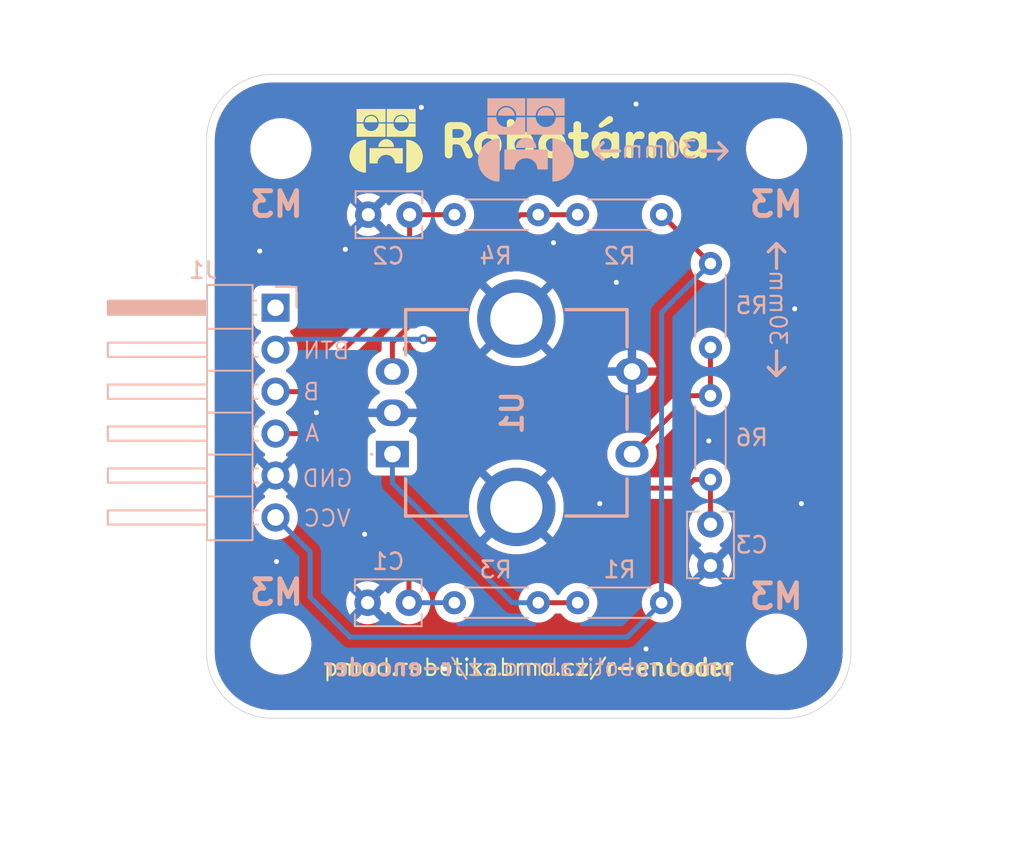
<source format=kicad_pcb>
(kicad_pcb (version 20241229) (generator "pcbnew") (generator_version "9.0")
  (layers (0 "F.Cu" signal) (2 "B.Cu" signal) (13 "F.Paste" user) (15 "B.Paste" user) (5 "F.SilkS" user "F.Silkscreen") (7 "B.SilkS" user "B.Silkscreen") (1 "F.Mask" user) (3 "B.Mask" user) (25 "Edge.Cuts" user))
  (net 0 "")
  (net 1 "Net-(U1-A_CHANNEL)")
  (net 2 "GND")
  (net 3 "Net-(U1-B_CHANNEL)")
  (net 4 "Net-(U1-COM)")
  (net 5 "B")
  (net 6 "BTN")
  (net 7 "VCC")
  (net 8 "A")
  (footprint "MountingHole:MountingHole_3.2mm_M3" (layer "F.Cu") (at 110.5 70.5)
    (property "Reference" "H2" (hide yes))
    (property "Value" "MountingHole")
  )
  (footprint "MountingHole:MountingHole_3.2mm_M3" (layer "F.Cu") (at 110.5 100.5)
    (property "Reference" "H4" (hide yes))
    (property "Value" "MountingHole")
  )
  (footprint "MountingHole:MountingHole_3.2mm_M3" (layer "F.Cu") (at 140.5 100.5)
    (property "Reference" "H3" (hide yes))
    (property "Value" "MountingHole")
  )
  (footprint "MountingHole:MountingHole_3.2mm_M3" (layer "F.Cu") (at 140.5 70.5)
    (property "Reference" "H1" (hide yes))
    (property "Value" "MountingHole")
  )
  (footprint "SamacSys_Parts:PEC11R4325FS0012" (layer "B.Cu") (at 117.25 89 90)
    (property "Reference" "U1")
    (property "Value" "PEC11R-4325F-S0012" (hide yes))
  )
  (footprint "Resistor_THT:R_Axial_DIN0204_L3.6mm_D1.6mm_P5.08mm_Horizontal" (layer "B.Cu") (at 136.5 82.54 90)
    (property "Reference" "R5")
    (property "Value" "10K")
  )
  (footprint "Connector_PinHeader_2.54mm:PinHeader_1x06_P2.54mm_Horizontal" (layer "B.Cu") (at 110.176 80.137 180)
    (property "Reference" "J1")
    (property "Value" "Conn_01x06")
  )
  (footprint "Resistor_THT:R_Axial_DIN0204_L3.6mm_D1.6mm_P5.08mm_Horizontal" (layer "B.Cu") (at 133.54 74.5 180)
    (property "Reference" "R2")
    (property "Value" "10K")
  )
  (footprint "Capacitor_THT:C_Disc_D3.8mm_W2.6mm_P2.50mm" (layer "B.Cu") (at 136.5 93.25 -90)
    (property "Reference" "C3")
    (property "Value" "0.01uF")
  )
  (footprint "Capacitor_THT:C_Disc_D3.8mm_W2.6mm_P2.50mm" (layer "B.Cu") (at 115.79 74.5)
    (property "Reference" "C2")
    (property "Value" "0.01uF")
  )
  (footprint "Resistor_THT:R_Axial_DIN0204_L3.6mm_D1.6mm_P5.08mm_Horizontal" (layer "B.Cu") (at 136.5 85.46 -90)
    (property "Reference" "R6")
    (property "Value" "10K")
  )
  (footprint "Capacitor_THT:C_Disc_D3.8mm_W2.6mm_P2.50mm" (layer "B.Cu") (at 115.75 98)
    (property "Reference" "C1")
    (property "Value" "0.01uF")
  )
  (footprint "Resistor_THT:R_Axial_DIN0204_L3.6mm_D1.6mm_P5.08mm_Horizontal" (layer "B.Cu") (at 126.08 98 180)
    (property "Reference" "R3")
    (property "Value" "10K")
  )
  (footprint "Resistor_THT:R_Axial_DIN0204_L3.6mm_D1.6mm_P5.08mm_Horizontal" (layer "B.Cu") (at 121 74.5)
    (property "Reference" "R4")
    (property "Value" "10K")
  )
  (footprint "Resistor_THT:R_Axial_DIN0204_L3.6mm_D1.6mm_P5.08mm_Horizontal" (layer "B.Cu") (at 133.54 98 180)
    (property "Reference" "R1")
    (property "Value" "10K")
  )
  (gr_poly (pts (xy 130.119202 69.451041) (xy 130.149545 69.453087) (xy 130.179393 69.456497) (xy 130.208744 69.461272) (xy 130.237599 69.46741) (xy 130.265958 69.474912) (xy 130.293821 69.483779) (xy 130.321187 69.494009) (xy 130.348057 69.505604) (xy 130.37443 69.518562) (xy 130.400307 69.532885) (xy 130.425688 69.548572) (xy 130.450571 69.565622) (xy 130.474958 69.584037) (xy 130.498848 69.603816) (xy 130.522242 69.624959) (xy 130.525034 69.617107) (xy 130.528116 69.609419) (xy 130.531488 69.601897) (xy 130.535149 69.594539) (xy 130.539099 69.587347) (xy 130.543339 69.580319) (xy 130.547869 69.573457) (xy 130.552687 69.566759) (xy 130.557795 69.560227) (xy 130.563192 69.553859) (xy 130.568878 69.547657) (xy 130.574853 69.541619) (xy 130.581117 69.535747) (xy 130.58767 69.530039) (xy 130.594512 69.524497) (xy 130.601642 69.519119) (xy 130.609 69.513997) (xy 130.616522 69.509204) (xy 130.62421 69.504742) (xy 130.632063 69.50061) (xy 130.640081 69.496808) (xy 130.648264 69.493336) (xy 130.656613 69.490195) (xy 130.665127 69.487384) (xy 130.673807 69.484904) (xy 130.682652 69.482754) (xy 130.691663 69.480935) (xy 130.700839 69.479446) (xy 130.710181 69.478288) (xy 130.719689 69.477461) (xy 130.729362 69.476965) (xy 130.739202 69.476799) (xy 130.752277 69.477037) (xy 130.765041 69.47775) (xy 130.777496 69.478938) (xy 130.78964 69.480602) (xy 130.801474 69.482742) (xy 130.812998 69.485357) (xy 130.824213 69.488448) (xy 130.835117 69.492014) (xy 130.845711 69.496056) (xy 130.855996 69.500575) (xy 130.865971 69.505569) (xy 130.875636 69.511039) (xy 130.884992 69.516985) (xy 130.894038 69.523407) (xy 130.902775 69.530305) (xy 130.911202 69.537679) (xy 130.919209 69.545377) (xy 130.926699 69.553261) (xy 130.933672 69.56133) (xy 130.940129 69.569585) (xy 130.94607 69.578027) (xy 130.951494 69.586655) (xy 130.956401 69.595469) (xy 130.960792 69.604469) (xy 130.964666 69.613656) (xy 130.968024 69.62303) (xy 130.970865 69.632591) (xy 130.97319 69.642338) (xy 130.974998 69.652272) (xy 130.97629 69.662394) (xy 130.977064 69.672703) (xy 130.977323 69.683199) (xy 130.977323 70.884399) (xy 130.977064 70.895518) (xy 130.97629 70.906389) (xy 130.974998 70.917013) (xy 130.97319 70.927389) (xy 130.970865 70.937517) (xy 130.968024 70.947397) (xy 130.964666 70.95703) (xy 130.960792 70.966414) (xy 130.956401 70.975551) (xy 130.951494 70.98444) (xy 130.94607 70.99308) (xy 130.940129 71.001472) (xy 130.933672 71.009617) (xy 130.926699 71.017512) (xy 130.919209 71.02516) (xy 130.911202 71.032559) (xy 130.902775 71.039607) (xy 130.894038 71.0462) (xy 130.884992 71.052338) (xy 130.875636 71.058022) (xy 130.865971 71.063251) (xy 130.855996 71.068025) (xy 130.845711 71.072344) (xy 130.835117 71.076209) (xy 130.824213 71.079619) (xy 130.812998 71.082575) (xy 130.801474 71.085076) (xy 130.78964 71.087122) (xy 130.777496 71.088713) (xy 130.765041 71.08985) (xy 130.752277 71.090532) (xy 130.739202 71.090759) (xy 130.717893 71.09016) (xy 130.697618 71.088361) (xy 130.678376 71.085363) (xy 130.660167 71.081167) (xy 130.642991 71.075771) (xy 130.626848 71.069176) (xy 130.619164 71.065429) (xy 130.611739 71.061382) (xy 130.604571 71.057036) (xy 130.597662 71.052389) (xy 130.591011 71.047443) (xy 130.584619 71.042197) (xy 130.578484 71.036651) (xy 130.572608 71.030806) (xy 130.566991 71.024661) (xy 130.561631 71.018216) (xy 130.55653 71.011471) (xy 130.551687 71.004427) (xy 130.542776 70.989438) (xy 130.534898 70.973251) (xy 130.528053 70.955865) (xy 130.522242 70.937279) (xy 130.500767 70.955865) (xy 130.478672 70.973251) (xy 130.455957 70.989438) (xy 130.432623 71.004427) (xy 130.408668 71.018216) (xy 130.384093 71.030806) (xy 130.358898 71.042197) (xy 130.333082 71.052389) (xy 130.306645 71.061382) (xy 130.279588 71.069176) (xy 130.25191 71.075771) (xy 130.223611 71.081167) (xy 130.194691 71.085363) (xy 130.165149 71.088361) (xy 130.134987 71.09016) (xy 130.104203 71.090759) (xy 130.060412 71.089881) (xy 130.017675 71.087245) (xy 129.975992 71.082853) (xy 129.935363 71.076704) (xy 129.895787 71.068798) (xy 129.857266 71.059135) (xy 129.8198 71.047716) (xy 129.783387 71.034539) (xy 129.748028 71.019606) (xy 129.713724 71.002915) (xy 129.680474 70.984468) (xy 129.648279 70.964264) (xy 129.617138 70.942303) (xy 129.587051 70.918585) (xy 129.558019 70.893111) (xy 129.530042 70.865879) (xy 129.50345 70.837173) (xy 129.478573 70.807289) (xy 129.455412 70.776228) (xy 129.433967 70.743989) (xy 129.414237 70.710573) (xy 129.396223 70.675979) (xy 129.379925 70.640208) (xy 129.365342 70.603259) (xy 129.352475 70.565133) (xy 129.341323 70.525829) (xy 129.331887 70.485348) (xy 129.324167 70.443689) (xy 129.318162 70.400853) (xy 129.313873 70.356839) (xy 129.3113 70.311648) (xy 129.310442 70.265279) (xy 129.770801 70.265279) (xy 129.771204 70.286227) (xy 129.772414 70.306741) (xy 129.77443 70.326821) (xy 129.777252 70.346466) (xy 129.780881 70.365678) (xy 129.785316 70.384456) (xy 129.790558 70.402799) (xy 129.796607 70.420709) (xy 129.803462 70.438184) (xy 129.811124 70.455226) (xy 129.819593 70.471833) (xy 129.828869 70.488006) (xy 129.838952 70.503746) (xy 129.849841 70.519051) (xy 129.861538 70.533922) (xy 129.874042 70.548359) (xy 129.887179 70.562135) (xy 129.900791 70.575021) (xy 129.914877 70.58702) (xy 129.929438 70.598129) (xy 129.944475 70.60835) (xy 129.959987 70.617681) (xy 129.975974 70.626125) (xy 129.992437 70.633679) (xy 130.009375 70.640345) (xy 130.02679 70.646121) (xy 130.04468 70.65101) (xy 130.063047 70.655009) (xy 130.081891 70.65812) (xy 130.101211 70.660341) (xy 130.121008 70.661675) (xy 130.141282 70.662119) (xy 130.162178 70.661675) (xy 130.182537 70.660341) (xy 130.202359 70.65812) (xy 130.221644 70.655009) (xy 130.240391 70.65101) (xy 130.2586 70.646121) (xy 130.276273 70.640345) (xy 130.293407 70.633679) (xy 130.310004 70.626125) (xy 130.326063 70.617681) (xy 130.341585 70.60835) (xy 130.356568 70.598129) (xy 130.371014 70.58702) (xy 130.384921 70.575021) (xy 130.398291 70.562135) (xy 130.411123 70.548359) (xy 130.4233 70.533922) (xy 130.434691 70.519051) (xy 130.445297 70.503746) (xy 130.455117 70.488006) (xy 130.464152 70.471833) (xy 130.472401 70.455226) (xy 130.479864 70.438184) (xy 130.486542 70.420709) (xy 130.492434 70.402799) (xy 130.49754 70.384456) (xy 130.501861 70.365678) (xy 130.505396 70.346466) (xy 130.508146 70.326821) (xy 130.51011 70.306741) (xy 130.511288 70.286227) (xy 130.511681 70.265279) (xy 130.511288 70.243715) (xy 130.51011 70.22269) (xy 130.508146 70.202203) (xy 130.505396 70.182253) (xy 130.501861 70.162842) (xy 130.49754 70.143968) (xy 130.492434 70.125632) (xy 130.486542 70.107834) (xy 130.479864 70.090573) (xy 130.472401 70.07385) (xy 130.464152 70.057665) (xy 130.455117 70.042017) (xy 130.445297 70.026906) (xy 130.434691 70.012333) (xy 130.4233 69.998297) (xy 130.411123 69.984799) (xy 130.398291 69.971982) (xy 130.384921 69.959993) (xy 130.371014 69.94883) (xy 130.356568 69.938494) (xy 130.341585 69.928985) (xy 130.326063 69.920303) (xy 130.310004 69.912447) (xy 130.293407 69.905419) (xy 130.276273 69.899217) (xy 130.2586 69.893843) (xy 130.240391 69.889295) (xy 130.221644 69.885574) (xy 130.202359 69.88268) (xy 130.182537 69.880613) (xy 130.162178 69.879372) (xy 130.141282 69.878959) (xy 130.121008 69.879372) (xy 130.101211 69.880613) (xy 130.081891 69.88268) (xy 130.063047 69.885574) (xy 130.04468 69.889295) (xy 130.02679 69.893843) (xy 130.009375 69.899217) (xy 129.992437 69.905419) (xy 129.975974 69.912447) (xy 129.959987 69.920303) (xy 129.944475 69.928985) (xy 129.929438 69.938494) (xy 129.914877 69.94883) (xy 129.900791 69.959993) (xy 129.887179 69.971982) (xy 129.874042 69.984799) (xy 129.861538 69.998298) (xy 129.849841 70.012333) (xy 129.838952 70.026907) (xy 129.828869 70.042017) (xy 129.819593 70.057665) (xy 129.811124 70.07385) (xy 129.803462 70.090573) (xy 129.796607 70.107834) (xy 129.790558 70.125632) (xy 129.785316 70.143968) (xy 129.780881 70.162842) (xy 129.777252 70.182253) (xy 129.77443 70.202203) (xy 129.772414 70.22269) (xy 129.771204 70.243715) (xy 129.770801 70.265279) (xy 129.310442 70.265279) (xy 129.311279 70.218924) (xy 129.313791 70.173788) (xy 129.317977 70.129873) (xy 129.323837 70.087177) (xy 129.331372 70.0457) (xy 129.340581 70.005443) (xy 129.351464 69.966406) (xy 129.364022 69.928589) (xy 129.378254 69.891991) (xy 129.394161 69.856613) (xy 129.411742 69.822455) (xy 129.430997 69.789517) (xy 129.451927 69.757798) (xy 129.474531 69.727298) (xy 129.498809 69.698019) (xy 129.524762 69.669959) (xy 129.552073 69.643367) (xy 129.58044 69.61849) (xy 129.609864 69.595329) (xy 129.640343 69.573884) (xy 129.671877 69.554154) (xy 129.704467 69.53614) (xy 129.738113 69.519842) (xy 129.772813 69.505259) (xy 129.808567 69.492392) (xy 129.845377 69.48124) (xy 129.88324 69.471804) (xy 129.922158 69.464084) (xy 129.962129 69.458079) (xy 130.003153 69.45379) (xy 130.045231 69.451217) (xy 130.088363 69.450359)) (fill yes) (layer "F.SilkS"))
  (gr_poly (pts (xy 115.5 69) (xy 115.501772 69.023055) (xy 115.504691 69.045775) (xy 115.508727 69.068131) (xy 115.513852 69.090095) (xy 115.520037 69.111638) (xy 115.527252 69.132732) (xy 115.53547 69.153349) (xy 115.544661 69.173459) (xy 115.554796 69.193035) (xy 115.565847 69.212047) (xy 115.577785 69.230467) (xy 115.590581 69.248267) (xy 115.604206 69.265418) (xy 115.618631 69.281892) (xy 115.633828 69.297659) (xy 115.649767 69.312692) (xy 115.66642 69.326962) (xy 115.683758 69.34044) (xy 115.701753 69.353098) (xy 115.720374 69.364908) (xy 115.739594 69.37584) (xy 115.759383 69.385867) (xy 115.779714 69.394959) (xy 115.800556 69.403089) (xy 115.821881 69.410227) (xy 115.843661 69.416345) (xy 115.865865 69.421415) (xy 115.888467 69.425408) (xy 115.911436 69.428295) (xy 115.934745 69.430048) (xy 115.958363 69.430639) (xy 115.981981 69.430048) (xy 116.005289 69.428295) (xy 116.028258 69.425408) (xy 116.050859 69.421415) (xy 116.073063 69.416345) (xy 116.094841 69.410227) (xy 116.116165 69.403089) (xy 116.137006 69.394959) (xy 116.157335 69.385867) (xy 116.177123 69.37584) (xy 116.196341 69.364908) (xy 116.214961 69.353098) (xy 116.232953 69.34044) (xy 116.250289 69.326962) (xy 116.26694 69.312692) (xy 116.282878 69.297659) (xy 116.298073 69.281892) (xy 116.312496 69.265418) (xy 116.326119 69.248267) (xy 116.338913 69.230467) (xy 116.350849 69.212047) (xy 116.361899 69.193035) (xy 116.372033 69.173459) (xy 116.381222 69.153349) (xy 116.389439 69.132733) (xy 116.396653 69.111638) (xy 116.402836 69.090095) (xy 116.40796 69.068131) (xy 116.411996 69.045775) (xy 116.414914 69.023055) (xy 116.416686 69) (xy 116.417283 68.976639) (xy 116.834483 68.976639) (xy 116.834483 69.782679) (xy 115.082243 69.782679) (xy 115.082243 68.976639) (xy 115.499403 68.976639)) (fill yes) (layer "F.SilkS"))
  (gr_poly (pts (xy 128.444471 68.842037) (xy 128.456631 68.84275) (xy 128.468523 68.843938) (xy 128.480147 68.845602) (xy 128.491503 68.847742) (xy 128.502591 68.850357) (xy 128.51341 68.853448) (xy 128.523962 68.857014) (xy 128.534245 68.861056) (xy 128.54426 68.865575) (xy 128.554007 68.870569) (xy 128.563486 68.876039) (xy 128.572697 68.881985) (xy 128.58164 68.888407) (xy 128.590315 68.895305) (xy 128.598722 68.902679) (xy 128.606729 68.910419) (xy 128.61422 68.918427) (xy 128.621196 68.926705) (xy 128.627655 68.935251) (xy 128.633599 68.944066) (xy 128.639026 68.95315) (xy 128.643937 68.962503) (xy 128.648332 68.972124) (xy 128.65221 68.982014) (xy 128.655571 68.992172) (xy 128.658416 69.002599) (xy 128.660743 69.013295) (xy 128.662554 69.024258) (xy 128.663847 69.03549) (xy 128.664624 69.046991) (xy 128.664882 69.058759) (xy 128.664882 69.450359) (xy 128.664934 69.453615) (xy 128.665089 69.456767) (xy 128.665346 69.459817) (xy 128.665707 69.462762) (xy 128.666172 69.465605) (xy 128.666739 69.468344) (xy 128.66741 69.470979) (xy 128.668183 69.473512) (xy 128.669061 69.475941) (xy 128.670041 69.478266) (xy 128.671124 69.480488) (xy 128.672311 69.482607) (xy 128.673602 69.484623) (xy 128.674995 69.486535) (xy 128.676492 69.488344) (xy 128.678092 69.490049) (xy 128.679796 69.491651) (xy 128.681602 69.49315) (xy 128.683513 69.494545) (xy 128.685526 69.495837) (xy 128.687644 69.497026) (xy 128.689864 69.498111) (xy 128.692188 69.499093) (xy 128.694616 69.499972) (xy 128.697146 69.500747) (xy 128.699781 69.501419) (xy 128.702519 69.501987) (xy 128.70536 69.502452) (xy 128.708305 69.502814) (xy 128.711354 69.503072) (xy 128.714506 69.503228) (xy 128.717762 69.503279) (xy 128.913561 69.503279) (xy 128.92469 69.503527) (xy 128.935592 69.504271) (xy 128.946268 69.505511) (xy 128.956716 69.507247) (xy 128.966937 69.509478) (xy 128.976931 69.512206) (xy 128.986697 69.51543) (xy 128.996236 69.519149) (xy 129.005548 69.523365) (xy 129.014633 69.528076) (xy 129.02349 69.533283) (xy 129.03212 69.538987) (xy 129.040522 69.545186) (xy 129.048696 69.551881) (xy 129.056643 69.559072) (xy 129.064362 69.566759) (xy 129.071736 69.574798) (xy 129.078634 69.583043) (xy 129.085056 69.591496) (xy 129.091002 69.600157) (xy 129.096472 69.609024) (xy 129.101466 69.618098) (xy 129.105984 69.62738) (xy 129.110026 69.636869) (xy 129.113593 69.646565) (xy 129.116684 69.656468) (xy 129.119299 69.666579) (xy 129.121438 69.676897) (xy 129.123102 69.687421) (xy 129.124291 69.698154) (xy 129.125004 69.709093) (xy 129.125241 69.720239) (xy 129.125004 69.731358) (xy 129.124291 69.742229) (xy 129.123102 69.752853) (xy 129.121438 69.763229) (xy 129.119299 69.773357) (xy 129.116684 69.783237) (xy 129.113593 69.79287) (xy 129.110026 69.802254) (xy 129.105984 69.811391) (xy 129.101466 69.820279) (xy 129.096472 69.82892) (xy 129.091002 69.837312) (xy 129.085056 69.845456) (xy 129.078634 69.853352) (xy 129.071736 69.861) (xy 129.064362 69.868399) (xy 129.056622 69.875447) (xy 129.048614 69.88204) (xy 129.040336 69.888178) (xy 129.03179 69.893862) (xy 129.022974 69.899091) (xy 129.01389 69.903865) (xy 129.004538 69.908184) (xy 128.994916 69.912049) (xy 128.985026 69.915459) (xy 128.974868 69.918415) (xy 128.964441 69.920915) (xy 128.953746 69.922962) (xy 128.942782 69.924553) (xy 128.93155 69.92569) (xy 128.92005 69.926372) (xy 128.908281 69.926599) (xy 128.717762 69.926599) (xy 128.714506 69.926651) (xy 128.711354 69.926806) (xy 128.708305 69.927064) (xy 128.70536 69.927426) (xy 128.702519 69.927891) (xy 128.699781 69.928459) (xy 128.697146 69.929131) (xy 128.694616 69.929907) (xy 128.692188 69.930785) (xy 128.689864 69.931767) (xy 128.687644 69.932852) (xy 128.685526 69.934041) (xy 128.683513 69.935333) (xy 128.681602 69.936728) (xy 128.679796 69.938227) (xy 128.678092 69.939829) (xy 128.676492 69.941535) (xy 128.674995 69.943343) (xy 128.673602 69.945255) (xy 128.672311 69.947271) (xy 128.671124 69.94939) (xy 128.670041 69.951612) (xy 128.669061 69.953938) (xy 128.668183 69.956367) (xy 128.66741 69.958899) (xy 128.666739 69.961535) (xy 128.666172 69.964274) (xy 128.665707 69.967116) (xy 128.665346 69.970062) (xy 128.665089 69.973111) (xy 128.664934 69.976263) (xy 128.664882 69.979519) (xy 128.664882 70.476919) (xy 128.665016 70.488601) (xy 128.665419 70.499828) (xy 128.666089 70.510599) (xy 128.667028 70.520915) (xy 128.668235 70.530775) (xy 128.669711 70.54018) (xy 128.671455 70.54913) (xy 128.673467 70.557624) (xy 128.675748 70.565663) (xy 128.678298 70.573248) (xy 128.681117 70.580377) (xy 128.684204 70.587051) (xy 128.68756 70.59327) (xy 128.691185 70.599035) (xy 128.695079 70.604344) (xy 128.699242 70.609199) (xy 128.703619 70.613689) (xy 128.708139 70.617888) (xy 128.712803 70.621797) (xy 128.717611 70.625415) (xy 128.722562 70.628744) (xy 128.727658 70.631782) (xy 128.732898 70.63453) (xy 128.738282 70.636989) (xy 128.74381 70.639158) (xy 128.749483 70.641037) (xy 128.755301 70.642627) (xy 128.761263 70.643928) (xy 128.76737 70.644939) (xy 128.773622 70.645662) (xy 128.78002 70.646095) (xy 128.786562 70.646239) (xy 128.789375 70.646188) (xy 128.792519 70.646033) (xy 128.799799 70.645414) (xy 128.808402 70.644383) (xy 128.818328 70.642939) (xy 128.829575 70.641083) (xy 128.842143 70.638814) (xy 128.856033 70.636133) (xy 128.871242 70.633039) (xy 128.900011 70.627241) (xy 128.912166 70.624965) (xy 128.922832 70.623104) (xy 128.932011 70.621657) (xy 128.939699 70.620625) (xy 128.945897 70.620005) (xy 128.950603 70.619799) (xy 128.961082 70.620047) (xy 128.971355 70.620791) (xy 128.981422 70.622031) (xy 128.991282 70.623767) (xy 129.000936 70.626) (xy 129.010383 70.628728) (xy 129.019624 70.631953) (xy 129.028658 70.635674) (xy 129.037485 70.639892) (xy 129.046105 70.644606) (xy 129.054519 70.649816) (xy 129.062726 70.655523) (xy 129.070725 70.661727) (xy 129.078518 70.668428) (xy 129.086103 70.675625) (xy 129.093482 70.683319) (xy 129.10053 70.691358) (xy 129.107122 70.699603) (xy 129.113261 70.708056) (xy 129.118944 70.716716) (xy 129.124173 70.725583) (xy 129.128948 70.734656) (xy 129.133267 70.743937) (xy 129.137132 70.753424) (xy 129.140542 70.763118) (xy 129.143498 70.773019) (xy 129.145998 70.783126) (xy 129.148044 70.79344) (xy 129.149636 70.80396) (xy 129.150773 70.814687) (xy 129.151455 70.82562) (xy 129.151682 70.836759) (xy 129.151527 70.845313) (xy 129.151063 70.853786) (xy 129.150289 70.862177) (xy 129.149206 70.870485) (xy 129.147813 70.878712) (xy 129.146109 70.886857) (xy 129.144096 70.894919) (xy 129.141772 70.902899) (xy 129.139139 70.910797) (xy 129.136194 70.918611) (xy 129.13294 70.926344) (xy 129.129374 70.933993) (xy 129.125498 70.941559) (xy 129.121311 70.949042) (xy 129.116812 70.956442) (xy 129.112003 70.963759) (xy 129.106869 70.97091) (xy 129.101383 70.977814) (xy 129.095545 70.98447) (xy 129.089354 70.990879) (xy 129.082811 70.997039) (xy 129.075917 71.002952) (xy 129.068671 71.008617) (xy 129.061073 71.014034) (xy 129.053123 71.019203) (xy 129.044822 71.024124) (xy 129.03617 71.028797) (xy 129.027166 71.033222) (xy 129.017812 71.037399) (xy 129.008106 71.041327) (xy 128.99805 71.045007) (xy 128.987642 71.048439) (xy 128.970533 71.053556) (xy 128.953587 71.058345) (xy 128.936803 71.062807) (xy 128.920183 71.066939) (xy 128.903728 71.070741) (xy 128.887439 71.074213) (xy 128.871317 71.077352) (xy 128.855362 71.080159) (xy 128.839491 71.082647) (xy 128.823616 71.084802) (xy 128.807739 71.086624) (xy 128.791862 71.088114) (xy 128.775985 71.089272) (xy 128.760108 71.090099) (xy 128.744234 71.090594) (xy 128.728362 71.090759) (xy 128.700232 71.090242) (xy 128.672721 71.088691) (xy 128.645831 71.086106) (xy 128.619559 71.082488) (xy 128.593908 71.077836) (xy 128.568876 71.07215) (xy 128.544464 71.065431) (xy 128.520672 71.057679) (xy 128.4975 71.048894) (xy 128.474947 71.039075) (xy 128.453014 71.028224) (xy 128.4317 71.01634) (xy 128.411006 71.003424) (xy 128.390932 70.989474) (xy 128.371478 70.974493) (xy 128.352643 70.958479) (xy 128.334704 70.941383) (xy 128.317922 70.923171) (xy 128.302296 70.903842) (xy 128.287828 70.883397) (xy 128.274517 70.861836) (xy 128.262363 70.839158) (xy 128.251367 70.815364) (xy 128.241527 70.790454) (xy 128.232845 70.764428) (xy 128.225321 70.737286) (xy 128.218953 70.709028) (xy 128.213744 70.679653) (xy 128.209692 70.649164) (xy 128.206797 70.617558) (xy 128.205061 70.584836) (xy 128.204482 70.550999) (xy 128.204482 69.979519) (xy 128.20443 69.976263) (xy 128.204275 69.973111) (xy 128.204017 69.970062) (xy 128.203655 69.967116) (xy 128.20319 69.964274) (xy 128.202622 69.961535) (xy 128.20195 69.958899) (xy 128.201175 69.956367) (xy 128.200296 69.953938) (xy 128.199314 69.951612) (xy 128.198229 69.94939) (xy 128.19704 69.947271) (xy 128.195748 69.945255) (xy 128.194353 69.943343) (xy 128.192854 69.941535) (xy 128.191252 69.939829) (xy 128.189547 69.938227) (xy 128.187738 69.936728) (xy 128.185826 69.935333) (xy 128.183811 69.934041) (xy 128.181692 69.932852) (xy 128.17947 69.931767) (xy 128.177144 69.930785) (xy 128.174715 69.929907) (xy 128.172183 69.929131) (xy 128.169547 69.928459) (xy 128.166808 69.927891) (xy 128.163966 69.927426) (xy 128.16102 69.927064) (xy 128.157971 69.926806) (xy 128.154819 69.926651) (xy 128.151563 69.926599) (xy 128.072202 69.926599) (xy 128.060479 69.926372) (xy 128.049128 69.92569) (xy 128.038151 69.924553) (xy 128.027546 69.922962) (xy 128.017314 69.920915) (xy 128.007454 69.918415) (xy 127.997967 69.915459) (xy 127.988852 69.912049) (xy 127.980109 69.908184) (xy 127.971739 69.903865) (xy 127.96374 69.89909) (xy 127.956113 69.893862) (xy 127.948858 69.888178) (xy 127.941974 69.88204) (xy 127.935462 69.875447) (xy 127.929322 69.868399) (xy 127.923553 69.861) (xy 127.918156 69.853352) (xy 127.913132 69.845456) (xy 127.908479 69.837312) (xy 127.904199 69.82892) (xy 127.900291 69.820279) (xy 127.896756 69.811391) (xy 127.893592 69.802254) (xy 127.890801 69.79287) (xy 127.888382 69.783237) (xy 127.886335 69.773357) (xy 127.88466 69.763229) (xy 127.883357 69.752853) (xy 127.882427 69.742229) (xy 127.881868 69.731358) (xy 127.881682 69.720239) (xy 127.881868 69.708464) (xy 127.882427 69.696957) (xy 127.883357 69.68572) (xy 127.88466 69.674752) (xy 127.886335 69.664052) (xy 127.888382 69.653622) (xy 127.890801 69.643461) (xy 127.893592 69.633569) (xy 127.896756 69.623946) (xy 127.900291 69.614592) (xy 127.904199 69.605507) (xy 127.908479 69.596692) (xy 127.913132 69.588145) (xy 127.918156 69.579867) (xy 127.923553 69.571859) (xy 127.929322 69.564119) (xy 127.935462 69.556752) (xy 127.941974 69.54986) (xy 127.948858 69.543443) (xy 127.956113 69.537502) (xy 127.96374 69.532036) (xy 127.971739 69.527045) (xy 127.980109 69.522529) (xy 127.988852 69.518489) (xy 127.997967 69.514924) (xy 128.007454 69.511835) (xy 128.017314 69.509221) (xy 128.027546 69.507082) (xy 128.038151 69.505418) (xy 128.049128 69.50423) (xy 128.060479 69.503517) (xy 128.072202 69.503279) (xy 128.151563 69.503279) (xy 128.154819 69.503228) (xy 128.157971 69.503072) (xy 128.16102 69.502814) (xy 128.163966 69.502452) (xy 128.166808 69.501987) (xy 128.169547 69.501419) (xy 128.172183 69.500747) (xy 128.174715 69.499972) (xy 128.177144 69.499093) (xy 128.17947 69.498111) (xy 128.181692 69.497026) (xy 128.183811 69.495837) (xy 128.185826 69.494545) (xy 128.187738 69.49315) (xy 128.189547 69.491651) (xy 128.191252 69.490049) (xy 128.192854 69.488344) (xy 128.194353 69.486535) (xy 128.195748 69.484623) (xy 128.19704 69.482607) (xy 128.198229 69.480488) (xy 128.199314 69.478266) (xy 128.200296 69.475941) (xy 128.201175 69.473512) (xy 128.20195 69.470979) (xy 128.202622 69.468344) (xy 128.20319 69.465605) (xy 128.203655 69.462762) (xy 128.204017 69.459817) (xy 128.204275 69.456767) (xy 128.20443 69.453615) (xy 128.204482 69.450359) (xy 128.204482 69.058759) (xy 128.20473 69.04762) (xy 128.205474 69.036687) (xy 128.206714 69.02596) (xy 128.20845 69.01544) (xy 128.210682 69.005126) (xy 128.213411 68.995019) (xy 128.216636 68.985118) (xy 128.220357 68.975424) (xy 128.224575 68.965937) (xy 128.229289 68.956656) (xy 128.234499 68.947583) (xy 128.240206 68.938716) (xy 128.24641 68.930056) (xy 128.25311 68.921603) (xy 128.260307 68.913358) (xy 128.268001 68.905319) (xy 128.276081 68.897625) (xy 128.284451 68.890428) (xy 128.29311 68.883727) (xy 128.302059 68.877524) (xy 128.311298 68.871816) (xy 128.320826 68.866606) (xy 128.330644 68.861892) (xy 128.340752 68.857674) (xy 128.351149 68.853953) (xy 128.361836 68.850728) (xy 128.372813 68.848) (xy 128.384079 68.845767) (xy 128.395636 68.844031) (xy 128.407481 68.842791) (xy 128.419617 68.842047) (xy 128.432042 68.841799)) (fill yes) (layer "F.SilkS"))
  (gr_poly (pts (xy 115.653523 69.963239) (xy 115.650024 70.042803) (xy 115.648022 70.160028) (xy 115.647283 70.457789) (xy 115.650283 70.958879) (xy 115.650003 71.702599) (xy 115.649503 71.766274) (xy 115.648343 71.828809) (xy 115.647753 71.890879) (xy 115.648056 71.92195) (xy 115.648963 71.953159) (xy 115.646083 71.958439) (xy 115.625576 71.955634) (xy 115.606192 71.953608) (xy 115.587645 71.952161) (xy 115.569647 71.951091) (xy 115.53415 71.949276) (xy 115.516076 71.948127) (xy 115.497403 71.946549) (xy 115.477843 71.94434) (xy 115.457109 71.941298) (xy 115.434913 71.937223) (xy 115.410969 71.931911) (xy 115.384989 71.925163) (xy 115.356687 71.916776) (xy 115.325773 71.906548) (xy 115.291963 71.894279) (xy 115.254191 71.879143) (xy 115.217444 71.862679) (xy 115.181733 71.844929) (xy 115.14707 71.825938) (xy 115.113466 71.80575) (xy 115.080932 71.784408) (xy 115.049481 71.761957) (xy 115.019124 71.73844) (xy 114.989872 71.713901) (xy 114.961738 71.688385) (xy 114.934731 71.661934) (xy 114.908865 71.634594) (xy 114.884151 71.606407) (xy 114.8606 71.577418) (xy 114.838223 71.547671) (xy 114.817033 71.517209) (xy 114.797041 71.486076) (xy 114.778258 71.454317) (xy 114.760696 71.421976) (xy 114.744367 71.389095) (xy 114.729282 71.35572) (xy 114.715452 71.321893) (xy 114.70289 71.287659) (xy 114.691607 71.253063) (xy 114.681614 71.218146) (xy 114.672923 71.182955) (xy 114.665545 71.147531) (xy 114.659492 71.111921) (xy 114.654776 71.076166) (xy 114.651408 71.040312) (xy 114.6494 71.004401) (xy 114.648763 70.968479) (xy 114.649158 70.949016) (xy 114.650231 70.928103) (xy 114.651901 70.906107) (xy 114.654088 70.883399) (xy 114.656712 70.860345) (xy 114.659692 70.837315) (xy 114.662949 70.814677) (xy 114.666403 70.792799) (xy 114.673437 70.755177) (xy 114.682033 70.717986) (xy 114.692152 70.681262) (xy 114.703754 70.645042) (xy 114.716801 70.609361) (xy 114.731254 70.574254) (xy 114.764219 70.505908) (xy 114.802338 70.44029) (xy 114.845296 70.377686) (xy 114.892782 70.318382) (xy 114.944483 70.262664) (xy 115.000086 70.210818) (xy 115.059277 70.163131) (xy 115.121745 70.119889) (xy 115.187177 70.081377) (xy 115.255259 70.047882) (xy 115.325679 70.01969) (xy 115.361669 70.007672) (xy 115.398125 69.997087) (xy 115.435009 69.987971) (xy 115.472283 69.980359) (xy 115.647403 69.957519)) (fill yes) (layer "F.SilkS"))
  (gr_poly (pts (xy 132.227431 69.450607) (xy 132.244378 69.45135) (xy 132.261162 69.452589) (xy 132.277782 69.454324) (xy 132.294237 69.456556) (xy 132.310526 69.459286) (xy 132.326648 69.462513) (xy 132.342601 69.466239) (xy 132.35176 69.469035) (xy 132.360712 69.472141) (xy 132.369457 69.475559) (xy 132.377995 69.479288) (xy 132.386326 69.483327) (xy 132.39445 69.487677) (xy 132.402367 69.492338) (xy 132.410077 69.497309) (xy 132.417581 69.50259) (xy 132.424878 69.508182) (xy 132.431968 69.514084) (xy 132.438852 69.520295) (xy 132.445529 69.526817) (xy 132.452 69.533648) (xy 132.458264 69.540789) (xy 132.464322 69.548239) (xy 132.470084 69.555917) (xy 132.475475 69.56374) (xy 132.480494 69.571708) (xy 132.485142 69.579821) (xy 132.489418 69.588079) (xy 132.493323 69.596483) (xy 132.496856 69.605031) (xy 132.500017 69.613724) (xy 132.502807 69.622562) (xy 132.505225 69.631545) (xy 132.507271 69.640672) (xy 132.508945 69.649945) (xy 132.510248 69.659361) (xy 132.511178 69.668923) (xy 132.511736 69.678629) (xy 132.511922 69.688479) (xy 132.511643 69.702214) (xy 132.510806 69.715638) (xy 132.509412 69.728753) (xy 132.507459 69.741557) (xy 132.504948 69.754051) (xy 132.501879 69.766236) (xy 132.498252 69.77811) (xy 132.494067 69.789674) (xy 132.489323 69.800928) (xy 132.484021 69.811873) (xy 132.478161 69.822508) (xy 132.471742 69.832833) (xy 132.464765 69.842849) (xy 132.457229 69.852555) (xy 132.449135 69.861952) (xy 132.440482 69.871039) (xy 132.431464 69.879602) (xy 132.422259 69.887443) (xy 132.412868 69.894561) (xy 132.40329 69.900956) (xy 132.393525 69.906629) (xy 132.383574 69.911578) (xy 132.373436 69.915805) (xy 132.363112 69.919309) (xy 132.352601 69.92209) (xy 132.341904 69.924148) (xy 132.33102 69.925484) (xy 132.31995 69.926096) (xy 132.308693 69.925986) (xy 132.297249 69.925153) (xy 132.285619 69.923597) (xy 132.273803 69.921319) (xy 132.256611 69.917593) (xy 132.239416 69.914366) (xy 132.22222 69.911636) (xy 132.205022 69.909404) (xy 132.187825 69.907669) (xy 132.170628 69.90643) (xy 132.153433 69.905686) (xy 132.136242 69.905439) (xy 132.12119 69.905769) (xy 132.106469 69.906761) (xy 132.092078 69.908413) (xy 132.078019 69.910727) (xy 132.064291 69.913702) (xy 132.050894 69.917338) (xy 132.037828 69.921635) (xy 132.025093 69.926594) (xy 132.012688 69.932214) (xy 132.000615 69.938496) (xy 131.988872 69.945439) (xy 131.977461 69.953043) (xy 131.96638 69.96131) (xy 131.95563 69.970238) (xy 131.945211 69.979827) (xy 131.935123 69.990079) (xy 131.925455 70.001344) (xy 131.916283 70.013974) (xy 131.907605 70.027968) (xy 131.899423 70.043328) (xy 131.891736 70.060052) (xy 131.884545 70.07814) (xy 131.877848 70.097592) (xy 131.871647 70.118409) (xy 131.865942 70.14059) (xy 131.860732 70.164134) (xy 131.856018 70.189043) (xy 131.851799 70.215315) (xy 131.848076 70.242951) (xy 131.844849 70.27195) (xy 131.842118 70.302313) (xy 131.839882 70.334039) (xy 131.839882 70.863199) (xy 131.839624 70.874334) (xy 131.838849 70.885241) (xy 131.837558 70.89592) (xy 131.83575 70.906371) (xy 131.833426 70.916593) (xy 131.830585 70.926588) (xy 131.827227 70.936354) (xy 131.823353 70.945894) (xy 131.818962 70.955206) (xy 131.814055 70.964291) (xy 131.808631 70.973148) (xy 131.802691 70.981779) (xy 131.796234 70.990184) (xy 131.78926 70.998362) (xy 131.78177 71.006313) (xy 131.773763 71.014039) (xy 131.765377 71.021406) (xy 131.756765 71.028298) (xy 131.747925 71.034715) (xy 131.738859 71.040656) (xy 131.729566 71.046123) (xy 131.720045 71.051113) (xy 131.710298 71.055629) (xy 131.700324 71.059669) (xy 131.690123 71.063234) (xy 131.679695 71.066323) (xy 131.669041 71.068938) (xy 131.658159 71.071076) (xy 131.64705 71.07274) (xy 131.635715 71.073928) (xy 131.624152 71.074641) (xy 131.612363 71.074879) (xy 131.599917 71.074651) (xy 131.58772 71.073969) (xy 131.575771 71.072833) (xy 131.56407 71.071241) (xy 131.552618 71.069195) (xy 131.541413 71.066694) (xy 131.530457 71.063739) (xy 131.519748 71.060329) (xy 131.509288 71.056464) (xy 131.499075 71.052144) (xy 131.489111 71.04737) (xy 131.479394 71.042141) (xy 131.469925 71.036458) (xy 131.460704 71.030319) (xy 131.45173 71.023726) (xy 131.443004 71.016679) (xy 131.434678 71.009279) (xy 131.426888 71.001632) (xy 131.419636 70.993736) (xy 131.412921 70.985592) (xy 131.406744 70.977199) (xy 131.401103 70.968559) (xy 131.396 70.95967) (xy 131.391434 70.950534) (xy 131.387405 70.941149) (xy 131.383913 70.931517) (xy 131.380958 70.921636) (xy 131.378541 70.911508) (xy 131.376661 70.901132) (xy 131.375318 70.890509) (xy 131.374512 70.879638) (xy 131.374244 70.868519) (xy 131.374244 69.683199) (xy 131.374502 69.672703) (xy 131.375277 69.662394) (xy 131.376568 69.652272) (xy 131.378376 69.642338) (xy 131.380701 69.63259) (xy 131.383542 69.62303) (xy 131.386899 69.613656) (xy 131.390773 69.604469) (xy 131.395164 69.595469) (xy 131.400071 69.586654) (xy 131.405495 69.578027) (xy 131.411436 69.569585) (xy 131.417893 69.56133) (xy 131.424866 69.55326) (xy 131.432356 69.545377) (xy 131.440363 69.537679) (xy 131.44879 69.530305) (xy 131.457527 69.523406) (xy 131.466573 69.516984) (xy 131.475928 69.511038) (xy 131.485594 69.505568) (xy 131.495569 69.500574) (xy 131.505853 69.496056) (xy 131.516448 69.492014) (xy 131.527352 69.488447) (xy 131.538566 69.485357) (xy 131.550091 69.482742) (xy 131.561925 69.480602) (xy 131.574069 69.478938) (xy 131.586524 69.47775) (xy 131.599288 69.477037) (xy 131.612363 69.476799) (xy 131.624132 69.477016) (xy 131.635632 69.477667) (xy 131.646864 69.478752) (xy 131.657828 69.480271) (xy 131.668523 69.482225) (xy 131.67895 69.484612) (xy 131.689109 69.487433) (xy 131.698998 69.490689) (xy 131.70862 69.494378) (xy 131.717972 69.498502) (xy 131.727056 69.50306) (xy 131.735871 69.508051) (xy 131.744418 69.513477) (xy 131.752695 69.519337) (xy 131.760704 69.525631) (xy 131.768444 69.532359) (xy 131.775859 69.539397) (xy 131.782881 69.546622) (xy 131.789509 69.554033) (xy 131.795744 69.561631) (xy 131.801585 69.569415) (xy 131.807033 69.577385) (xy 131.812087 69.585541) (xy 131.816748 69.593884) (xy 131.821016 69.602413) (xy 131.82489 69.611127) (xy 131.828372 69.620028) (xy 131.83146 69.629115) (xy 131.834155 69.638387) (xy 131.836457 69.647845) (xy 131.838366 69.657489) (xy 131.839882 69.667319) (xy 131.847323 69.656173) (xy 131.855095 69.645235) (xy 131.863197 69.634505) (xy 131.871631 69.623982) (xy 131.880395 69.613667) (xy 131.88949 69.603559) (xy 131.898916 69.593658) (xy 131.908673 69.583964) (xy 131.918761 69.574477) (xy 131.92918 69.565196) (xy 131.93993 69.556122) (xy 131.95101 69.547253) (xy 131.962422 69.538591) (xy 131.974164 69.530135) (xy 131.986238 69.521884) (xy 131.998642 69.513839) (xy 132.011254 69.506152) (xy 132.023947 69.498961) (xy 132.036723 69.492266) (xy 132.049582 69.486067) (xy 132.062523 69.480363) (xy 132.075547 69.475156) (xy 132.088653 69.470445) (xy 132.101842 69.466229) (xy 132.115113 69.46251) (xy 132.128467 69.459286) (xy 132.141903 69.456558) (xy 132.155422 69.454327) (xy 132.169023 69.452591) (xy 132.182706 69.451351) (xy 132.196473 69.450607) (xy 132.210321 69.450359)) (fill yes) (layer "F.SilkS"))
  (gr_poly (pts (xy 117.798914 68.51903) (xy 117.818575 68.52053) (xy 117.83796 68.522997) (xy 117.857045 68.526405) (xy 117.875805 68.53073) (xy 117.894217 68.535948) (xy 117.912254 68.542035) (xy 117.929894 68.548966) (xy 117.947111 68.556717) (xy 117.963881 68.565264) (xy 117.980178 68.574582) (xy 117.99598 68.584647) (xy 118.011261 68.595435) (xy 118.025996 68.606922) (xy 118.040162 68.619083) (xy 118.053733 68.631894) (xy 118.066685 68.645331) (xy 118.078993 68.659369) (xy 118.090634 68.673984) (xy 118.101582 68.689151) (xy 118.111812 68.704848) (xy 118.121301 68.721048) (xy 118.130024 68.737729) (xy 118.137956 68.754865) (xy 118.145073 68.772432) (xy 118.15135 68.790406) (xy 118.156763 68.808763) (xy 118.161287 68.827479) (xy 118.164897 68.846528) (xy 118.16757 68.865888) (xy 118.16928 68.885533) (xy 118.170003 68.905439) (xy 117.396283 68.905239) (xy 117.396577 68.885333) (xy 117.397865 68.865689) (xy 117.400121 68.84633) (xy 117.403322 68.827282) (xy 117.407444 68.808569) (xy 117.412463 68.790214) (xy 117.418355 68.772243) (xy 117.425095 68.754679) (xy 117.43266 68.737547) (xy 117.441025 68.72087) (xy 117.450168 68.704674) (xy 117.460063 68.688983) (xy 117.470686 68.67382) (xy 117.482014 68.659211) (xy 117.494023 68.645179) (xy 117.506688 68.631749) (xy 117.519985 68.618945) (xy 117.533891 68.606791) (xy 117.548382 68.595312) (xy 117.563433 68.584531) (xy 117.57902 68.574474) (xy 117.595119 68.565164) (xy 117.611707 68.556626) (xy 117.628759 68.548884) (xy 117.646251 68.541962) (xy 117.664159 68.535885) (xy 117.682459 68.530677) (xy 117.701128 68.526362) (xy 117.720141 68.522964) (xy 117.739473 68.520508) (xy 117.759102 68.519018) (xy 117.779003 68.518519)) (fill yes) (layer "F.SilkS"))
  (gr_poly (pts (xy 118.657803 68.905759) (xy 118.240643 68.905759) (xy 118.240046 68.882398) (xy 118.238273 68.859343) (xy 118.235355 68.836623) (xy 118.231319 68.814267) (xy 118.226194 68.792303) (xy 118.22001 68.77076) (xy 118.212794 68.749665) (xy 118.204577 68.729049) (xy 118.195386 68.708939) (xy 118.185251 68.689363) (xy 118.1742 68.670351) (xy 118.162263 68.651931) (xy 118.149467 68.634131) (xy 118.135843 68.61698) (xy 118.121419 68.600506) (xy 118.106223 68.584739) (xy 118.090285 68.569706) (xy 118.073633 68.555436) (xy 118.056296 68.541958) (xy 118.038303 68.5293) (xy 118.019683 68.51749) (xy 118.000465 68.506558) (xy 117.980677 68.496531) (xy 117.960349 68.487439) (xy 117.939509 68.47931) (xy 117.918186 68.472171) (xy 117.896409 68.466053) (xy 117.874207 68.460983) (xy 117.851608 68.456991) (xy 117.828642 68.454103) (xy 117.805338 68.45235) (xy 117.781723 68.451759) (xy 117.758105 68.45235) (xy 117.734796 68.454103) (xy 117.711827 68.456991) (xy 117.689225 68.460983) (xy 117.66702 68.466053) (xy 117.645241 68.472171) (xy 117.623916 68.47931) (xy 117.603073 68.487439) (xy 117.582743 68.496531) (xy 117.562954 68.506558) (xy 117.543734 68.51749) (xy 117.525112 68.5293) (xy 117.507118 68.541958) (xy 117.48978 68.555436) (xy 117.473127 68.569706) (xy 117.457188 68.584739) (xy 117.441991 68.600506) (xy 117.427566 68.61698) (xy 117.413941 68.634131) (xy 117.401145 68.651931) (xy 117.389207 68.670351) (xy 117.378156 68.689363) (xy 117.368021 68.708939) (xy 117.35883 68.729049) (xy 117.350612 68.749665) (xy 117.343397 68.77076) (xy 117.337212 68.792303) (xy 117.332087 68.814267) (xy 117.328051 68.836623) (xy 117.325132 68.859343) (xy 117.32336 68.882398) (xy 117.322763 68.905759) (xy 116.905603 68.905759) (xy 116.905603 68.099719) (xy 118.657803 68.099719)) (fill yes) (layer "F.SilkS"))
  (gr_poly (pts (xy 135.410885 69.451041) (xy 135.441228 69.453087) (xy 135.471076 69.456497) (xy 135.500427 69.461271) (xy 135.529282 69.467409) (xy 135.557641 69.474912) (xy 135.585503 69.483778) (xy 135.61287 69.494009) (xy 135.63974 69.505603) (xy 135.666113 69.518562) (xy 135.69199 69.532884) (xy 135.71737 69.548571) (xy 135.742254 69.565622) (xy 135.766641 69.584037) (xy 135.790532 69.603816) (xy 135.813926 69.624959) (xy 135.816718 69.617106) (xy 135.8198 69.609419) (xy 135.823171 69.601896) (xy 135.826832 69.594539) (xy 135.830782 69.587346) (xy 135.835022 69.580319) (xy 135.839551 69.573456) (xy 135.84437 69.566759) (xy 135.849478 69.560226) (xy 135.854875 69.553859) (xy 135.860561 69.547656) (xy 135.866536 69.541619) (xy 135.8728 69.535746) (xy 135.879353 69.530039) (xy 135.886195 69.524496) (xy 135.893326 69.519119) (xy 135.900684 69.513996) (xy 135.908206 69.509204) (xy 135.915894 69.504741) (xy 135.923747 69.500609) (xy 135.931765 69.496807) (xy 135.939949 69.493336) (xy 135.948297 69.490195) (xy 135.956812 69.487384) (xy 135.965491 69.484903) (xy 135.974336 69.482753) (xy 135.983347 69.480934) (xy 135.992524 69.479446) (xy 136.001866 69.478288) (xy 136.011374 69.477461) (xy 136.021048 69.476964) (xy 136.030887 69.476799) (xy 136.043962 69.477036) (xy 136.056727 69.477749) (xy 136.069181 69.478938) (xy 136.081325 69.480602) (xy 136.09316 69.482741) (xy 136.104684 69.485356) (xy 136.115898 69.488447) (xy 136.126802 69.492014) (xy 136.137397 69.496056) (xy 136.147681 69.500574) (xy 136.157656 69.505568) (xy 136.167321 69.511038) (xy 136.176677 69.516984) (xy 136.185723 69.523406) (xy 136.194459 69.530304) (xy 136.202886 69.537679) (xy 136.210893 69.545377) (xy 136.218383 69.55326) (xy 136.225357 69.56133) (xy 136.231814 69.569585) (xy 136.237754 69.578026) (xy 136.243178 69.586654) (xy 136.248085 69.595468) (xy 136.252476 69.604469) (xy 136.25635 69.613656) (xy 136.259708 69.623029) (xy 136.262549 69.63259) (xy 136.264873 69.642337) (xy 136.266681 69.652272) (xy 136.267972 69.662394) (xy 136.268747 69.672702) (xy 136.269005 69.683199) (xy 136.269005 70.884399) (xy 136.268747 70.895517) (xy 136.267972 70.906389) (xy 136.266681 70.917012) (xy 136.264873 70.927388) (xy 136.262549 70.937516) (xy 136.259708 70.947397) (xy 136.25635 70.957029) (xy 136.252476 70.966414) (xy 136.248085 70.97555) (xy 136.243178 70.984439) (xy 136.237754 70.99308) (xy 136.231814 71.001472) (xy 136.225357 71.009616) (xy 136.218383 71.017512) (xy 136.210893 71.02516) (xy 136.202886 71.032559) (xy 136.194459 71.039606) (xy 136.185723 71.046199) (xy 136.176677 71.052338) (xy 136.167321 71.058021) (xy 136.157656 71.06325) (xy 136.147681 71.068024) (xy 136.137397 71.072344) (xy 136.126802 71.076209) (xy 136.115898 71.079619) (xy 136.104684 71.082574) (xy 136.09316 71.085075) (xy 136.081325 71.087121) (xy 136.069181 71.088713) (xy 136.056727 71.089849) (xy 136.043962 71.090531) (xy 136.030887 71.090759) (xy 136.009579 71.090159) (xy 135.989303 71.08836) (xy 135.970061 71.085363) (xy 135.951851 71.081166) (xy 135.934675 71.07577) (xy 135.918532 71.069176) (xy 135.910848 71.065428) (xy 135.903423 71.061382) (xy 135.896255 71.057035) (xy 135.889346 71.052389) (xy 135.882695 71.047443) (xy 135.876303 71.042197) (xy 135.870168 71.036651) (xy 135.864292 71.030806) (xy 135.858675 71.02466) (xy 135.853315 71.018215) (xy 135.848214 71.011471) (xy 135.843371 71.004426) (xy 135.83446 70.989438) (xy 135.826582 70.973251) (xy 135.819737 70.955864) (xy 135.813926 70.937279) (xy 135.79245 70.955864) (xy 135.770356 70.973251) (xy 135.747641 70.989438) (xy 135.724306 71.004426) (xy 135.700352 71.018215) (xy 135.675777 71.030806) (xy 135.650581 71.042197) (xy 135.624766 71.052389) (xy 135.598329 71.061382) (xy 135.571272 71.069176) (xy 135.543594 71.07577) (xy 135.515295 71.081166) (xy 135.486375 71.085363) (xy 135.456834 71.08836) (xy 135.426671 71.090159) (xy 135.395887 71.090759) (xy 135.395882 71.090759) (xy 135.352092 71.08988) (xy 135.309357 71.087245) (xy 135.267676 71.082853) (xy 135.227049 71.076704) (xy 135.187477 71.068798) (xy 135.14896 71.059135) (xy 135.111497 71.047715) (xy 135.075088 71.034539) (xy 135.039733 71.019605) (xy 135.005432 71.002915) (xy 134.972186 70.984468) (xy 134.939993 70.964264) (xy 134.908855 70.942303) (xy 134.878771 70.918585) (xy 134.84974 70.89311) (xy 134.821764 70.865879) (xy 134.795172 70.837173) (xy 134.770295 70.807289) (xy 134.747134 70.776228) (xy 134.725689 70.743989) (xy 134.705959 70.710573) (xy 134.687945 70.675979) (xy 134.671647 70.640208) (xy 134.657064 70.603259) (xy 134.644197 70.565133) (xy 134.633045 70.525829) (xy 134.623609 70.485348) (xy 134.615889 70.443689) (xy 134.609884 70.400853) (xy 134.605595 70.356839) (xy 134.603022 70.311647) (xy 134.602164 70.265279) (xy 134.602164 70.265278) (xy 135.062523 70.265278) (xy 135.062926 70.286226) (xy 135.064136 70.30674) (xy 135.066151 70.32682) (xy 135.068973 70.346466) (xy 135.072602 70.365678) (xy 135.077036 70.384455) (xy 135.082277 70.402799) (xy 135.088324 70.420708) (xy 135.095177 70.438184) (xy 135.102836 70.455225) (xy 135.111302 70.471833) (xy 135.120574 70.488006) (xy 135.130652 70.503745) (xy 135.141536 70.51905) (xy 135.153226 70.533921) (xy 135.165723 70.548358) (xy 135.17886 70.562134) (xy 135.192472 70.575021) (xy 135.206559 70.587019) (xy 135.22112 70.598129) (xy 135.236157 70.608349) (xy 135.251668 70.617681) (xy 135.267655 70.626124) (xy 135.284118 70.633678) (xy 135.301057 70.640344) (xy 135.318471 70.646121) (xy 135.336362 70.651009) (xy 135.354728 70.655008) (xy 135.373572 70.658119) (xy 135.392892 70.660341) (xy 135.412689 70.661674) (xy 135.432962 70.662118) (xy 135.453859 70.661674) (xy 135.474218 70.660341) (xy 135.49404 70.658119) (xy 135.513325 70.655008) (xy 135.532072 70.651009) (xy 135.550281 70.646121) (xy 135.567953 70.640344) (xy 135.585088 70.633678) (xy 135.601684 70.626124) (xy 135.617743 70.617681) (xy 135.633265 70.608349) (xy 135.648248 70.598129) (xy 135.662693 70.587019) (xy 135.676601 70.575021) (xy 135.68997 70.562134) (xy 135.702802 70.548358) (xy 135.714979 70.533921) (xy 135.726371 70.51905) (xy 135.736977 70.503745) (xy 135.746797 70.488006) (xy 135.755832 70.471833) (xy 135.764081 70.455225) (xy 135.771544 70.438184) (xy 135.778222 70.420708) (xy 135.784115 70.402799) (xy 135.789222 70.384455) (xy 135.793543 70.365678) (xy 135.797078 70.346466) (xy 135.799828 70.32682) (xy 135.801792 70.30674) (xy 135.802971 70.286226) (xy 135.803363 70.265278) (xy 135.802971 70.243715) (xy 135.801792 70.22269) (xy 135.799828 70.202202) (xy 135.797078 70.182253) (xy 135.793543 70.162841) (xy 135.789222 70.143968) (xy 135.784115 70.125632) (xy 135.778223 70.107833) (xy 135.771545 70.090573) (xy 135.764082 70.07385) (xy 135.755832 70.057665) (xy 135.746798 70.042017) (xy 135.736977 70.026906) (xy 135.726371 70.012333) (xy 135.714979 69.998297) (xy 135.702802 69.984799) (xy 135.68997 69.971982) (xy 135.676601 69.959992) (xy 135.662693 69.948829) (xy 135.648247 69.938493) (xy 135.633264 69.928984) (xy 135.617743 69.920302) (xy 135.601683 69.912447) (xy 135.585087 69.905418) (xy 135.567952 69.899217) (xy 135.55028 69.893842) (xy 135.532071 69.889294) (xy 135.513324 69.885573) (xy 135.494039 69.882679) (xy 135.474217 69.880612) (xy 135.453859 69.879372) (xy 135.432962 69.878958) (xy 135.412689 69.879372) (xy 135.392892 69.880612) (xy 135.373572 69.882679) (xy 135.354728 69.885573) (xy 135.336362 69.889294) (xy 135.318471 69.893842) (xy 135.301057 69.899217) (xy 135.284118 69.905418) (xy 135.267655 69.912447) (xy 135.251668 69.920302) (xy 135.236157 69.928984) (xy 135.22112 69.938493) (xy 135.206559 69.948829) (xy 135.192472 69.959992) (xy 135.17886 69.971982) (xy 135.165723 69.984799) (xy 135.153226 69.998297) (xy 135.141535 70.012333) (xy 135.13065 70.026906) (xy 135.120572 70.042017) (xy 135.1113 70.057665) (xy 135.102835 70.07385) (xy 135.095175 70.090573) (xy 135.088322 70.107834) (xy 135.082276 70.125632) (xy 135.077035 70.143968) (xy 135.072601 70.162841) (xy 135.068973 70.182253) (xy 135.066151 70.202202) (xy 135.064136 70.22269) (xy 135.062926 70.243715) (xy 135.062523 70.265278) (xy 134.602164 70.265278) (xy 134.603001 70.218924) (xy 134.605513 70.173788) (xy 134.609699 70.129872) (xy 134.615559 70.087176) (xy 134.623094 70.0457) (xy 134.632302 70.005443) (xy 134.643186 69.966406) (xy 134.655744 69.928589) (xy 134.669976 69.891991) (xy 134.685882 69.856613) (xy 134.703463 69.822455) (xy 134.722719 69.789516) (xy 134.743648 69.757797) (xy 134.766253 69.727298) (xy 134.790531 69.698018) (xy 134.816484 69.669959) (xy 134.843795 69.643366) (xy 134.87216 69.61849) (xy 134.901581 69.595329) (xy 134.932058 69.573884) (xy 134.96359 69.554154) (xy 134.996176 69.53614) (xy 135.029818 69.519841) (xy 135.064514 69.505259) (xy 135.100266 69.492391) (xy 135.137071 69.48124) (xy 135.174931 69.471804) (xy 135.213846 69.464084) (xy 135.253815 69.458079) (xy 135.294838 69.45379) (xy 135.336914 69.451216) (xy 135.380045 69.450359)) (fill yes) (layer "F.SilkS"))
  (gr_poly (pts (xy 118.091923 69.957519) (xy 118.091922 69.957519) (xy 118.091923 69.957519)) (fill yes) (layer "F.SilkS"))
  (gr_poly (pts (xy 115.975554 68.51903) (xy 115.995215 68.52053) (xy 116.014601 68.522997) (xy 116.033687 68.526405) (xy 116.052448 68.53073) (xy 116.07086 68.535948) (xy 116.088899 68.542035) (xy 116.10654 68.548966) (xy 116.123758 68.556717) (xy 116.140529 68.565264) (xy 116.156828 68.574582) (xy 116.172631 68.584647) (xy 116.187913 68.595435) (xy 116.202649 68.606922) (xy 116.216816 68.619083) (xy 116.230388 68.631894) (xy 116.243341 68.645331) (xy 116.25565 68.659369) (xy 116.267291 68.673984) (xy 116.278239 68.689151) (xy 116.28847 68.704848) (xy 116.297959 68.721048) (xy 116.306682 68.737729) (xy 116.314614 68.754865) (xy 116.32173 68.772432) (xy 116.328005 68.790406) (xy 116.333417 68.808763) (xy 116.337939 68.827479) (xy 116.341547 68.846528) (xy 116.344217 68.865888) (xy 116.345923 68.885533) (xy 116.346643 68.905439) (xy 115.572923 68.905239) (xy 115.573217 68.885333) (xy 115.574505 68.865689) (xy 115.576761 68.84633) (xy 115.579962 68.827282) (xy 115.584084 68.808569) (xy 115.589103 68.790214) (xy 115.594995 68.772243) (xy 115.601735 68.754679) (xy 115.6093 68.737547) (xy 115.617666 68.72087) (xy 115.626808 68.704674) (xy 115.636703 68.688983) (xy 115.647326 68.67382) (xy 115.658654 68.659211) (xy 115.670663 68.645179) (xy 115.683328 68.631749) (xy 115.696626 68.618945) (xy 115.710531 68.606791) (xy 115.725022 68.595312) (xy 115.740073 68.584531) (xy 115.75566 68.574474) (xy 115.771759 68.565164) (xy 115.788347 68.556626) (xy 115.805399 68.548884) (xy 115.822891 68.541962) (xy 115.840799 68.535885) (xy 115.859099 68.530677) (xy 115.877768 68.526362) (xy 115.896781 68.522964) (xy 115.916113 68.520508) (xy 115.935742 68.519018) (xy 115.955643 68.518519)) (fill yes) (layer "F.SilkS"))
  (gr_poly (pts (xy 116.895544 69.924125) (xy 116.912595 69.925183) (xy 116.929616 69.926886) (xy 116.946586 69.92923) (xy 116.963484 69.932208) (xy 116.980289 69.935815) (xy 116.99698 69.940045) (xy 117.013536 69.944892) (xy 117.029938 69.950352) (xy 117.046163 69.956418) (xy 117.062191 69.963085) (xy 117.078001 69.970347) (xy 117.093573 69.978198) (xy 117.108885 69.986634) (xy 117.123917 69.995648) (xy 117.138648 70.005234) (xy 117.153057 70.015388) (xy 117.167123 70.026103) (xy 117.180826 70.037373) (xy 117.194144 70.049194) (xy 117.207057 70.06156) (xy 117.219545 70.074465) (xy 117.231585 70.087903) (xy 117.243157 70.101868) (xy 117.254241 70.116356) (xy 117.264816 70.131361) (xy 117.274861 70.146876) (xy 117.284354 70.162896) (xy 117.293276 70.179417) (xy 117.301606 70.196431) (xy 117.309321 70.213934) (xy 117.316403 70.231919) (xy 117.322131 70.248012) (xy 117.326897 70.262724) (xy 117.330796 70.276191) (xy 117.333924 70.28855) (xy 117.336375 70.299939) (xy 117.338244 70.310493) (xy 117.339627 70.320351) (xy 117.340618 70.329649) (xy 117.341312 70.338524) (xy 117.341805 70.347114) (xy 117.342565 70.363983) (xy 117.343022 70.372537) (xy 117.343658 70.381353) (xy 117.344566 70.390568) (xy 117.345843 70.400319) (xy 117.343323 70.401639) (xy 117.328502 70.401119) (xy 117.313744 70.400888) (xy 117.284258 70.400999) (xy 117.254555 70.40138) (xy 117.224323 70.401439) (xy 116.871043 70.399399) (xy 116.633033 70.396534) (xy 116.491592 70.39603) (xy 116.435898 70.396644) (xy 116.398083 70.398079) (xy 116.395403 70.395159) (xy 116.406763 70.312039) (xy 116.410486 70.294356) (xy 116.414922 70.276862) (xy 116.420055 70.259576) (xy 116.425867 70.242516) (xy 116.439461 70.209148) (xy 116.455568 70.176905) (xy 116.474051 70.145936) (xy 116.494772 70.116389) (xy 116.517595 70.088411) (xy 116.542383 70.062149) (xy 116.568999 70.037752) (xy 116.597307 70.015368) (xy 116.627169 69.995144) (xy 116.658448 69.977228) (xy 116.691008 69.961768) (xy 116.707726 69.955005) (xy 116.724712 69.948911) (xy 116.74195 69.943505) (xy 116.759423 69.938805) (xy 116.777113 69.934831) (xy 116.795003 69.931599) (xy 116.805399 69.930015) (xy 116.816158 69.928529) (xy 116.827105 69.927176) (xy 116.838063 69.925994) (xy 116.848856 69.925021) (xy 116.859308 69.924292) (xy 116.869243 69.923846) (xy 116.878483 69.923719)) (fill yes) (layer "F.SilkS"))
  (gr_poly (pts (xy 118.267043 69.980359) (xy 118.30432 69.987971) (xy 118.341207 69.997087) (xy 118.377666 70.007672) (xy 118.413658 70.01969) (xy 118.484081 70.047882) (xy 118.552166 70.081377) (xy 118.617598 70.119889) (xy 118.680066 70.163131) (xy 118.739257 70.210818) (xy 118.794857 70.262664) (xy 118.846556 70.318382) (xy 118.89404 70.377686) (xy 118.936996 70.44029) (xy 118.975112 70.505908) (xy 119.008075 70.574254) (xy 119.022527 70.609361) (xy 119.035573 70.645042) (xy 119.047175 70.681262) (xy 119.057293 70.717986) (xy 119.065889 70.755177) (xy 119.072923 70.792799) (xy 119.076376 70.814677) (xy 119.079633 70.837315) (xy 119.082614 70.860345) (xy 119.085238 70.883399) (xy 119.087425 70.906107) (xy 119.089095 70.928103) (xy 119.090167 70.949016) (xy 119.090563 70.968479) (xy 119.089929 71.004401) (xy 119.087925 71.040312) (xy 119.08456 71.076166) (xy 119.079847 71.111921) (xy 119.073797 71.147531) (xy 119.066422 71.182955) (xy 119.057733 71.218146) (xy 119.047742 71.253063) (xy 119.036461 71.287659) (xy 119.0239 71.321893) (xy 119.010073 71.35572) (xy 118.994989 71.389095) (xy 118.978661 71.421976) (xy 118.961101 71.454317) (xy 118.942319 71.486076) (xy 118.922328 71.517209) (xy 118.901139 71.547671) (xy 118.878763 71.577418) (xy 118.855212 71.606407) (xy 118.830498 71.634594) (xy 118.804633 71.661934) (xy 118.777627 71.688385) (xy 118.749492 71.713901) (xy 118.720241 71.73844) (xy 118.689884 71.761957) (xy 118.658433 71.784408) (xy 118.6259 71.80575) (xy 118.592296 71.825938) (xy 118.557632 71.844929) (xy 118.521921 71.862679) (xy 118.485174 71.879143) (xy 118.447403 71.894279) (xy 118.413585 71.906548) (xy 118.382666 71.916776) (xy 118.354358 71.925163) (xy 118.328373 71.931911) (xy 118.304425 71.937223) (xy 118.282227 71.941298) (xy 118.26149 71.94434) (xy 118.241928 71.946549) (xy 118.223253 71.948127) (xy 118.205178 71.949276) (xy 118.16968 71.951091) (xy 118.151681 71.952161) (xy 118.133134 71.953608) (xy 118.11375 71.955634) (xy 118.093243 71.958439) (xy 118.090363 71.953159) (xy 118.09127 71.92195) (xy 118.091573 71.890879) (xy 118.090983 71.828809) (xy 118.089823 71.766274) (xy 118.089323 71.702599) (xy 118.089083 70.958879) (xy 118.092048 70.457789) (xy 118.091305 70.160028) (xy 118.089302 70.042803) (xy 118.085803 69.963239) (xy 118.091923 69.957519)) (fill yes) (layer "F.SilkS"))
  (gr_poly (pts (xy 123.058208 69.450762) (xy 123.086782 69.451971) (xy 123.115006 69.453987) (xy 123.142878 69.456808) (xy 123.1704 69.460436) (xy 123.19757 69.464869) (xy 123.22439 69.470109) (xy 123.250859 69.476154) (xy 123.276976 69.483005) (xy 123.302742 69.490662) (xy 123.328158 69.499124) (xy 123.353221 69.508392) (xy 123.377934 69.518466) (xy 123.402295 69.529345) (xy 123.426305 69.541029) (xy 123.449963 69.553519) (xy 123.473146 69.566729) (xy 123.495728 69.580558) (xy 123.517711 69.595008) (xy 123.539094 69.610077) (xy 123.559877 69.625766) (xy 123.58006 69.642075) (xy 123.599644 69.659005) (xy 123.618628 69.676554) (xy 123.637013 69.694723) (xy 123.654798 69.713513) (xy 123.671983 69.732923) (xy 123.68857 69.752953) (xy 123.704557 69.773604) (xy 123.719945 69.794875) (xy 123.734733 69.816767) (xy 123.748923 69.839279) (xy 123.762379 69.862339) (xy 123.774967 69.885874) (xy 123.786687 69.909885) (xy 123.797538 69.934371) (xy 123.807521 69.959333) (xy 123.816637 69.984769) (xy 123.824884 70.010681) (xy 123.832263 70.037069) (xy 123.838774 70.063931) (xy 123.844417 70.091269) (xy 123.849191 70.119083) (xy 123.853098 70.147371) (xy 123.856136 70.176135) (xy 123.858307 70.205374) (xy 123.859609 70.235089) (xy 123.860043 70.265279) (xy 123.859609 70.294843) (xy 123.858307 70.324015) (xy 123.856136 70.352795) (xy 123.853098 70.381183) (xy 123.849191 70.409179) (xy 123.844417 70.436783) (xy 123.838774 70.463995) (xy 123.832263 70.490814) (xy 123.824884 70.517241) (xy 123.816637 70.543275) (xy 123.807521 70.568917) (xy 123.797538 70.594167) (xy 123.786687 70.619024) (xy 123.774967 70.643488) (xy 123.762379 70.66756) (xy 123.748923 70.691239) (xy 123.734733 70.714401) (xy 123.719945 70.736921) (xy 123.704557 70.758801) (xy 123.68857 70.780039) (xy 123.671983 70.800637) (xy 123.654798 70.820593) (xy 123.637013 70.839909) (xy 123.618628 70.858584) (xy 123.599644 70.876618) (xy 123.58006 70.894011) (xy 123.559877 70.910764) (xy 123.539094 70.926876) (xy 123.517711 70.942347) (xy 123.495728 70.957178) (xy 123.473146 70.971369) (xy 123.449963 70.984919) (xy 123.426305 70.997735) (xy 123.402295 71.009725) (xy 123.377934 71.020888) (xy 123.353221 71.031224) (xy 123.328157 71.040733) (xy 123.302742 71.049415) (xy 123.276975 71.05727) (xy 123.250858 71.064299) (xy 123.224389 71.0705) (xy 123.197569 71.075875) (xy 123.170399 71.080423) (xy 123.142877 71.084144) (xy 123.115005 71.087038) (xy 123.086782 71.089105) (xy 123.058208 71.090345) (xy 123.029284 71.090759) (xy 123.000981 71.090345) (xy 122.97297 71.089105) (xy 122.945248 71.087038) (xy 122.917817 71.084144) (xy 122.890677 71.080423) (xy 122.863826 71.075875) (xy 122.837265 71.0705) (xy 122.810994 71.064299) (xy 122.785012 71.05727) (xy 122.75932 71.049415) (xy 122.733918 71.040733) (xy 122.708805 71.031224) (xy 122.683981 71.020888) (xy 122.659446 71.009725) (xy 122.6352 70.997735) (xy 122.611243 70.984919) (xy 122.58773 70.971369) (xy 122.564816 70.957178) (xy 122.542502 70.942347) (xy 122.520786 70.926876) (xy 122.49967 70.910764) (xy 122.479153 70.894011) (xy 122.459236 70.876618) (xy 122.439918 70.858584) (xy 122.4212 70.839909) (xy 122.403081 70.820593) (xy 122.385562 70.800637) (xy 122.368643 70.780039) (xy 122.352323 70.758801) (xy 122.336603 70.736921) (xy 122.321484 70.714401) (xy 122.306964 70.691239) (xy 122.293188 70.66756) (xy 122.280301 70.643488) (xy 122.268303 70.619024) (xy 122.257194 70.594167) (xy 122.246973 70.568917) (xy 122.237641 70.543275) (xy 122.229198 70.517241) (xy 122.221644 70.490814) (xy 122.214978 70.463995) (xy 122.209201 70.436783) (xy 122.204313 70.409179) (xy 122.200313 70.381183) (xy 122.197203 70.352795) (xy 122.194981 70.324015) (xy 122.193648 70.294843) (xy 122.193203 70.265279) (xy 122.653563 70.265279) (xy 122.653987 70.286227) (xy 122.655258 70.306741) (xy 122.657377 70.326821) (xy 122.660343 70.346466) (xy 122.664157 70.365678) (xy 122.668818 70.384456) (xy 122.674327 70.402799) (xy 122.680683 70.420709) (xy 122.687887 70.438184) (xy 122.695938 70.455226) (xy 122.704837 70.471833) (xy 122.714583 70.488006) (xy 122.725177 70.503746) (xy 122.736618 70.519051) (xy 122.748907 70.533922) (xy 122.762043 70.548359) (xy 122.7758 70.562135) (xy 122.789949 70.575021) (xy 122.804491 70.58702) (xy 122.819426 70.598129) (xy 122.834753 70.60835) (xy 122.850474 70.617681) (xy 122.866587 70.626125) (xy 122.883093 70.633679) (xy 122.899992 70.640345) (xy 122.917284 70.646121) (xy 122.934968 70.65101) (xy 122.953046 70.655009) (xy 122.971516 70.65812) (xy 122.990379 70.660341) (xy 123.009635 70.661675) (xy 123.029284 70.662119) (xy 123.049551 70.661675) (xy 123.069343 70.660341) (xy 123.088659 70.65812) (xy 123.1075 70.655009) (xy 123.125866 70.65101) (xy 123.143756 70.646121) (xy 123.16117 70.640345) (xy 123.178109 70.633679) (xy 123.194571 70.626125) (xy 123.210558 70.617681) (xy 123.226069 70.60835) (xy 123.241104 70.598129) (xy 123.255663 70.58702) (xy 123.269746 70.575021) (xy 123.283353 70.562135) (xy 123.296483 70.548359) (xy 123.30898 70.533922) (xy 123.320671 70.519051) (xy 123.331555 70.503746) (xy 123.341633 70.488006) (xy 123.350905 70.471833) (xy 123.359371 70.455226) (xy 123.36703 70.438184) (xy 123.373884 70.420709) (xy 123.379931 70.402799) (xy 123.385171 70.384456) (xy 123.389606 70.365678) (xy 123.393234 70.346466) (xy 123.396056 70.326821) (xy 123.398071 70.306741) (xy 123.399281 70.286227) (xy 123.399684 70.265279) (xy 123.399281 70.243715) (xy 123.398071 70.22269) (xy 123.396056 70.202203) (xy 123.393234 70.182253) (xy 123.389606 70.162842) (xy 123.385171 70.143968) (xy 123.379931 70.125632) (xy 123.373884 70.107834) (xy 123.36703 70.090573) (xy 123.359371 70.07385) (xy 123.350905 70.057665) (xy 123.341633 70.042017) (xy 123.331555 70.026906) (xy 123.320671 70.012333) (xy 123.30898 69.998297) (xy 123.296483 69.984799) (xy 123.283353 69.971982) (xy 123.269746 69.959993) (xy 123.255663 69.94883) (xy 123.241104 69.938494) (xy 123.226069 69.928985) (xy 123.210558 69.920303) (xy 123.194571 69.912447) (xy 123.178109 69.905419) (xy 123.16117 69.899217) (xy 123.143756 69.893843) (xy 123.125866 69.889295) (xy 123.1075 69.885574) (xy 123.088659 69.88268) (xy 123.069343 69.880613) (xy 123.049551 69.879372) (xy 123.029284 69.878959) (xy 123.009635 69.879372) (xy 122.990379 69.880613) (xy 122.971516 69.88268) (xy 122.953046 69.885574) (xy 122.934968 69.889295) (xy 122.917284 69.893843) (xy 122.899992 69.899217) (xy 122.883093 69.905419) (xy 122.866587 69.912447) (xy 122.850474 69.920303) (xy 122.834753 69.928985) (xy 122.819426 69.938494) (xy 122.804491 69.94883) (xy 122.789949 69.959993) (xy 122.7758 69.971982) (xy 122.762043 69.984799) (xy 122.748907 69.998298) (xy 122.736618 70.012333) (xy 122.725177 70.026907) (xy 122.714583 70.042017) (xy 122.704837 70.057665) (xy 122.695938 70.07385) (xy 122.687887 70.090573) (xy 122.680683 70.107834) (xy 122.674327 70.125632) (xy 122.668818 70.143968) (xy 122.664157 70.162842) (xy 122.660343 70.182253) (xy 122.657377 70.202203) (xy 122.655258 70.22269) (xy 122.653987 70.243715) (xy 122.653563 70.265279) (xy 122.193203 70.265279) (xy 122.193648 70.235089) (xy 122.194981 70.205374) (xy 122.197203 70.176135) (xy 122.200313 70.147371) (xy 122.204313 70.119083) (xy 122.209201 70.091269) (xy 122.214978 70.063931) (xy 122.221644 70.037069) (xy 122.229198 70.010681) (xy 122.237641 69.984769) (xy 122.246973 69.959333) (xy 122.257194 69.934371) (xy 122.268303 69.909885) (xy 122.280301 69.885874) (xy 122.293188 69.862339) (xy 122.306964 69.839279) (xy 122.321484 69.816767) (xy 122.336603 69.794875) (xy 122.352323 69.773604) (xy 122.368643 69.752953) (xy 122.385562 69.732923) (xy 122.403081 69.713513) (xy 122.4212 69.694723) (xy 122.439918 69.676554) (xy 122.459236 69.659005) (xy 122.479153 69.642075) (xy 122.49967 69.625766) (xy 122.520786 69.610077) (xy 122.542502 69.595008) (xy 122.564816 69.580558) (xy 122.58773 69.566729) (xy 122.611243 69.553519) (xy 122.6352 69.541029) (xy 122.659446 69.529345) (xy 122.683981 69.518466) (xy 122.708805 69.508392) (xy 122.733918 69.499124) (xy 122.75932 69.490662) (xy 122.785012 69.483005) (xy 122.810994 69.476154) (xy 122.837265 69.470109) (xy 122.863826 69.464869) (xy 122.890677 69.460436) (xy 122.917817 69.456808) (xy 122.945248 69.453987) (xy 122.97297 69.451971) (xy 123.000981 69.450762) (xy 123.029284 69.450359)) (fill yes) (layer "F.SilkS"))
  (gr_poly (pts (xy 124.428101 68.709757) (xy 124.44023 68.71047) (xy 124.452071 68.711658) (xy 124.463622 68.713322) (xy 124.474886 68.715461) (xy 124.48586 68.718075) (xy 124.496546 68.721164) (xy 124.506942 68.724729) (xy 124.517051 68.728769) (xy 124.52687 68.733285) (xy 124.536401 68.738276) (xy 124.545643 68.743742) (xy 124.554596 68.749683) (xy 124.56326 68.7561) (xy 124.571636 68.762992) (xy 124.579723 68.770359) (xy 124.58741 68.778085) (xy 124.594601 68.786036) (xy 124.601296 68.794214) (xy 124.607496 68.802619) (xy 124.613199 68.81125) (xy 124.618406 68.820107) (xy 124.623118 68.829192) (xy 124.627333 68.838504) (xy 124.631053 68.848044) (xy 124.634276 68.85781) (xy 124.637004 68.867805) (xy 124.639236 68.878027) (xy 124.640972 68.888478) (xy 124.642211 68.899156) (xy 124.642955 68.910064) (xy 124.643203 68.921199) (xy 124.643203 69.614399) (xy 124.665881 69.594535) (xy 124.688931 69.575952) (xy 124.712352 69.558651) (xy 124.736145 69.542632) (xy 124.760309 69.527894) (xy 124.784845 69.514437) (xy 124.809753 69.502263) (xy 124.835033 69.491369) (xy 124.860686 69.481758) (xy 124.88671 69.473427) (xy 124.913107 69.466379) (xy 124.939877 69.460612) (xy 124.96702 69.456126) (xy 124.994535 69.452922) (xy 125.022423 69.451) (xy 125.050684 69.450359) (xy 125.093787 69.451217) (xy 125.135795 69.45379) (xy 125.17671 69.45808) (xy 125.216529 69.464084) (xy 125.255254 69.471805) (xy 125.292884 69.48124) (xy 125.329419 69.492392) (xy 125.364859 69.505259) (xy 125.399203 69.519842) (xy 125.432451 69.53614) (xy 125.464604 69.554155) (xy 125.49566 69.573884) (xy 125.525621 69.59533) (xy 125.554485 69.61849) (xy 125.582253 69.643367) (xy 125.608924 69.669959) (xy 125.634237 69.698019) (xy 125.657918 69.727299) (xy 125.679965 69.757798) (xy 125.700379 69.789517) (xy 125.71916 69.822455) (xy 125.736308 69.856614) (xy 125.751823 69.891992) (xy 125.765704 69.928589) (xy 125.777952 69.966407) (xy 125.788568 70.005444) (xy 125.79755 70.0457) (xy 125.804899 70.087177) (xy 125.810615 70.129873) (xy 125.814698 70.173788) (xy 125.817147 70.218924) (xy 125.817964 70.265279) (xy 125.817137 70.311648) (xy 125.814656 70.356839) (xy 125.810522 70.400853) (xy 125.804734 70.443689) (xy 125.797292 70.485348) (xy 125.788196 70.525829) (xy 125.777447 70.565133) (xy 125.765044 70.603259) (xy 125.750987 70.640208) (xy 125.735276 70.675979) (xy 125.717912 70.710573) (xy 125.698894 70.743989) (xy 125.678222 70.776228) (xy 125.655896 70.807289) (xy 125.631917 70.837173) (xy 125.606284 70.865879) (xy 125.579245 70.893111) (xy 125.55105 70.918585) (xy 125.521698 70.942303) (xy 125.491188 70.964264) (xy 125.459522 70.984468) (xy 125.426698 71.002915) (xy 125.392717 71.019606) (xy 125.357579 71.034539) (xy 125.321284 71.047716) (xy 125.283831 71.059135) (xy 125.245221 71.068798) (xy 125.205453 71.076704) (xy 125.164527 71.082853) (xy 125.122444 71.087245) (xy 125.079203 71.089881) (xy 125.034805 71.090759) (xy 125.034803 71.090759) (xy 125.005325 71.09018) (xy 124.976427 71.088444) (xy 124.948107 71.085549) (xy 124.920367 71.081497) (xy 124.893207 71.076288) (xy 124.866625 71.069921) (xy 124.840622 71.062396) (xy 124.815198 71.053714) (xy 124.790353 71.043875) (xy 124.766087 71.032878) (xy 124.7424 71.020725) (xy 124.719291 71.007414) (xy 124.696761 70.992945) (xy 124.67481 70.97732) (xy 124.653437 70.960538) (xy 124.632643 70.942599) (xy 124.629546 70.951713) (xy 124.626213 70.960538) (xy 124.622641 70.969074) (xy 124.618832 70.97732) (xy 124.614785 70.985278) (xy 124.6105 70.992945) (xy 124.605978 71.000324) (xy 124.601218 71.007414) (xy 124.59622 71.014214) (xy 124.590985 71.020725) (xy 124.585512 71.026946) (xy 124.579802 71.032878) (xy 124.573853 71.038521) (xy 124.567668 71.043875) (xy 124.561244 71.048939) (xy 124.554583 71.053714) (xy 124.547684 71.0582) (xy 124.540547 71.062396) (xy 124.533173 71.066303) (xy 124.525561 71.069921) (xy 124.517712 71.073249) (xy 124.509625 71.076288) (xy 124.5013 71.079037) (xy 124.492738 71.081497) (xy 124.483938 71.083668) (xy 124.4749 71.085549) (xy 124.465624 71.087141) (xy 124.456111 71.088444) (xy 124.446361 71.089457) (xy 124.436372 71.09018) (xy 124.415683 71.090759) (xy 124.403237 71.090532) (xy 124.391039 71.08985) (xy 124.37909 71.088713) (xy 124.367389 71.087122) (xy 124.355937 71.085076) (xy 124.344732 71.082575) (xy 124.333776 71.079619) (xy 124.323067 71.076209) (xy 124.312607 71.072344) (xy 124.302394 71.068025) (xy 124.29243 71.063251) (xy 124.282713 71.058022) (xy 124.273244 71.052338) (xy 124.264022 71.0462) (xy 124.255049 71.039607) (xy 124.246322 71.032559) (xy 124.237996 71.02516) (xy 124.230207 71.017512) (xy 124.222955 71.009616) (xy 124.21624 71.001472) (xy 124.210062 70.99308) (xy 124.204422 70.984439) (xy 124.199319 70.975551) (xy 124.194752 70.966414) (xy 124.190723 70.95703) (xy 124.187232 70.947397) (xy 124.184277 70.937517) (xy 124.18186 70.927389) (xy 124.17998 70.917013) (xy 124.178637 70.906389) (xy 124.177831 70.895518) (xy 124.177562 70.884399) (xy 124.177562 70.265279) (xy 124.643203 70.265279) (xy 124.643586 70.286227) (xy 124.644733 70.306741) (xy 124.646646 70.326821) (xy 124.649323 70.346466) (xy 124.652766 70.365678) (xy 124.656973 70.384456) (xy 124.661946 70.402799) (xy 124.667683 70.420709) (xy 124.674185 70.438184) (xy 124.681453 70.455226) (xy 124.689485 70.471833) (xy 124.698283 70.488006) (xy 124.707845 70.503746) (xy 124.718173 70.519051) (xy 124.729265 70.533922) (xy 124.741123 70.548359) (xy 124.753594 70.562135) (xy 124.76654 70.575021) (xy 124.779963 70.58702) (xy 124.793862 70.598129) (xy 124.808238 70.60835) (xy 124.823089 70.617681) (xy 124.838415 70.626125) (xy 124.854218 70.633679) (xy 124.870497 70.640345) (xy 124.887251 70.646121) (xy 124.904481 70.65101) (xy 124.922186 70.655009) (xy 124.940367 70.65812) (xy 124.959024 70.660341) (xy 124.978155 70.661675) (xy 124.997763 70.662119) (xy 125.018009 70.661675) (xy 125.03774 70.660341) (xy 125.056953 70.65812) (xy 125.07565 70.655009) (xy 125.09383 70.65101) (xy 125.111493 70.646121) (xy 125.128639 70.640345) (xy 125.145268 70.633679) (xy 125.16138 70.626125) (xy 125.176975 70.617681) (xy 125.192053 70.60835) (xy 125.206613 70.598129) (xy 125.220657 70.58702) (xy 125.234183 70.575021) (xy 125.247192 70.562135) (xy 125.259683 70.548359) (xy 125.27154 70.533922) (xy 125.282633 70.519051) (xy 125.29296 70.503746) (xy 125.302523 70.488006) (xy 125.31132 70.471833) (xy 125.319353 70.455226) (xy 125.32662 70.438184) (xy 125.333123 70.420709) (xy 125.33886 70.402799) (xy 125.343833 70.384456) (xy 125.34804 70.365678) (xy 125.351482 70.346466) (xy 125.35416 70.326821) (xy 125.356072 70.306741) (xy 125.35722 70.286227) (xy 125.357602 70.265279) (xy 125.35722 70.243715) (xy 125.356072 70.22269) (xy 125.35416 70.202203) (xy 125.351482 70.182253) (xy 125.34804 70.162842) (xy 125.343833 70.143968) (xy 125.33886 70.125632) (xy 125.333123 70.107834) (xy 125.32662 70.090573) (xy 125.319353 70.07385) (xy 125.31132 70.057665) (xy 125.302523 70.042017) (xy 125.29296 70.026906) (xy 125.282633 70.012333) (xy 125.27154 69.998297) (xy 125.259683 69.984799) (xy 125.247192 69.971982) (xy 125.234183 69.959993) (xy 125.220657 69.94883) (xy 125.206613 69.938494) (xy 125.192053 69.928985) (xy 125.176975 69.920303) (xy 125.16138 69.912447) (xy 125.145268 69.905419) (xy 125.128639 69.899217) (xy 125.111493 69.893843) (xy 125.09383 69.889295) (xy 125.07565 69.885574) (xy 125.056953 69.88268) (xy 125.03774 69.880613) (xy 125.018009 69.879372) (xy 124.997763 69.878959) (xy 124.978155 69.879372) (xy 124.959024 69.880613) (xy 124.940367 69.88268) (xy 124.922186 69.885574) (xy 124.90448 69.889295) (xy 124.887251 69.893843) (xy 124.870496 69.899217) (xy 124.854218 69.905419) (xy 124.838415 69.912447) (xy 124.823088 69.920303) (xy 124.808237 69.928985) (xy 124.793862 69.938494) (xy 124.779963 69.94883) (xy 124.76654 69.959993) (xy 124.753593 69.971982) (xy 124.741123 69.984799) (xy 124.729265 69.998298) (xy 124.718173 70.012333) (xy 124.707845 70.026907) (xy 124.698283 70.042017) (xy 124.689485 70.057665) (xy 124.681453 70.07385) (xy 124.674185 70.090573) (xy 124.667683 70.107834) (xy 124.661946 70.125632) (xy 124.656973 70.143968) (xy 124.652766 70.162842) (xy 124.649323 70.182253) (xy 124.646646 70.202203) (xy 124.644733 70.22269) (xy 124.643586 70.243715) (xy 124.643203 70.265279) (xy 124.177562 70.265279) (xy 124.177562 68.915879) (xy 124.177821 68.90539) (xy 124.178595 68.895087) (xy 124.179887 68.884971) (xy 124.181695 68.875041) (xy 124.184019 68.865296) (xy 124.186861 68.855738) (xy 124.190218 68.846366) (xy 124.194093 68.837179) (xy 124.198483 68.828178) (xy 124.203391 68.819363) (xy 124.208815 68.810733) (xy 124.214755 68.802288) (xy 124.221212 68.794028) (xy 124.228186 68.785954) (xy 124.235676 68.778064) (xy 124.243682 68.770359) (xy 124.25211 68.762992) (xy 124.260846 68.7561) (xy 124.269892 68.749683) (xy 124.279248 68.743742) (xy 124.288913 68.738276) (xy 124.298888 68.733285) (xy 124.309173 68.728769) (xy 124.319768 68.724729) (xy 124.330672 68.721164) (xy 124.341886 68.718075) (xy 124.35341 68.715461) (xy 124.365245 68.713322) (xy 124.377389 68.711658) (xy 124.389843 68.71047) (xy 124.402608 68.709757) (xy 124.415683 68.709519)) (fill yes) (layer "F.SilkS"))
  (gr_poly (pts (xy 133.680972 69.451041) (xy 133.716712 69.453087) (xy 133.751584 69.456498) (xy 133.785588 69.461272) (xy 133.818723 69.46741) (xy 133.85099 69.474912) (xy 133.882389 69.483779) (xy 133.912918 69.494009) (xy 133.94258 69.505604) (xy 133.971372 69.518562) (xy 133.999296 69.532885) (xy 134.026351 69.548572) (xy 134.052537 69.565622) (xy 134.077855 69.584037) (xy 134.102303 69.603816) (xy 134.125882 69.624959) (xy 134.148311 69.647597) (xy 134.169292 69.671847) (xy 134.188826 69.697709) (xy 134.206913 69.725182) (xy 134.223552 69.754267) (xy 134.238744 69.784964) (xy 134.252489 69.817273) (xy 134.264787 69.851194) (xy 134.275638 69.886727) (xy 134.285041 69.923872) (xy 134.292998 69.962629) (xy 134.299508 70.002999) (xy 134.304572 70.04498) (xy 134.308188 70.088574) (xy 134.310358 70.133781) (xy 134.311081 70.180599) (xy 134.311081 70.894959) (xy 134.310823 70.905428) (xy 134.310048 70.91567) (xy 134.308757 70.925686) (xy 134.306949 70.935474) (xy 134.304625 70.945035) (xy 134.301784 70.954368) (xy 134.298426 70.963475) (xy 134.294552 70.972354) (xy 134.290162 70.981006) (xy 134.285254 70.989431) (xy 134.279831 70.997628) (xy 134.27389 71.005597) (xy 134.267434 71.013339) (xy 134.26046 71.020854) (xy 134.25297 71.02814) (xy 134.244963 71.035199) (xy 134.236557 71.041927) (xy 134.227882 71.048221) (xy 134.21894 71.054081) (xy 134.209729 71.059507) (xy 134.200249 71.064499) (xy 134.190502 71.069056) (xy 134.180487 71.07318) (xy 134.170203 71.076869) (xy 134.159652 71.080125) (xy 134.148832 71.082946) (xy 134.137744 71.085334) (xy 134.126388 71.087287) (xy 134.114764 71.088806) (xy 134.102871 71.089891) (xy 134.090711 71.090542) (xy 134.078283 71.090759) (xy 134.065847 71.090531) (xy 134.053681 71.089849) (xy 134.041784 71.088713) (xy 134.030156 71.087121) (xy 134.018797 71.085075) (xy 134.007707 71.082574) (xy 133.996886 71.079619) (xy 133.986333 71.076209) (xy 133.97605 71.072344) (xy 133.966036 71.068024) (xy 133.956292 71.06325) (xy 133.946816 71.058021) (xy 133.937609 71.052338) (xy 133.928671 71.046199) (xy 133.920003 71.039606) (xy 133.911603 71.032559) (xy 133.90359 71.025159) (xy 133.896093 71.017512) (xy 133.889114 71.009616) (xy 133.882653 71.001472) (xy 133.876708 70.993079) (xy 133.871281 70.984439) (xy 133.866371 70.97555) (xy 133.861978 70.966414) (xy 133.858102 70.957029) (xy 133.854743 70.947397) (xy 133.851901 70.937516) (xy 133.849576 70.927388) (xy 133.847768 70.917012) (xy 133.846476 70.906389) (xy 133.845701 70.895517) (xy 133.845443 70.884399) (xy 133.845443 70.238799) (xy 133.845101 70.21476) (xy 133.844078 70.19159) (xy 133.842372 70.169288) (xy 133.839983 70.147854) (xy 133.836913 70.127288) (xy 133.83316 70.10759) (xy 133.828725 70.08876) (xy 133.823608 70.070799) (xy 133.817809 70.053705) (xy 133.811328 70.03748) (xy 133.804165 70.022123) (xy 133.79632 70.007634) (xy 133.787793 69.994013) (xy 133.778585 69.98126) (xy 133.768695 69.969375) (xy 133.758123 69.958359) (xy 133.747055 69.948107) (xy 133.735677 69.938516) (xy 133.723989 69.929586) (xy 133.711991 69.921317) (xy 133.699682 69.913709) (xy 133.687063 69.906763) (xy 133.674133 69.900478) (xy 133.660893 69.894854) (xy 133.647343 69.889891) (xy 133.633482 69.88559) (xy 133.619311 69.881951) (xy 133.60483 69.878973) (xy 133.590039 69.876657) (xy 133.574937 69.875002) (xy 133.559525 69.87401) (xy 133.543802 69.873679) (xy 133.527441 69.87401) (xy 133.511431 69.875002) (xy 133.495772 69.876657) (xy 133.480465 69.878973) (xy 133.46551 69.881951) (xy 133.450906 69.88559) (xy 133.436654 69.889891) (xy 133.422753 69.894854) (xy 133.409204 69.900477) (xy 133.396006 69.906763) (xy 133.38316 69.913709) (xy 133.370665 69.921317) (xy 133.358522 69.929586) (xy 133.346731 69.938516) (xy 133.335291 69.948107) (xy 133.324202 69.958359) (xy 133.313548 69.969044) (xy 133.303411 69.979936) (xy 133.29379 69.991035) (xy 133.284686 70.002339) (xy 133.276098 70.013851) (xy 133.268026 70.025568) (xy 133.260472 70.037493) (xy 133.253433 70.049624) (xy 133.246912 70.061961) (xy 133.240907 70.074506) (xy 133.235418 70.087257) (xy 133.230446 70.100216) (xy 133.22599 70.113381) (xy 133.222051 70.126753) (xy 133.218629 70.140332) (xy 133.215723 70.154119) (xy 133.215723 70.863199) (xy 133.215465 70.874334) (xy 133.21469 70.885241) (xy 133.213399 70.89592) (xy 133.211591 70.906371) (xy 133.209266 70.916593) (xy 133.206425 70.926588) (xy 133.203067 70.936354) (xy 133.199193 70.945894) (xy 133.194802 70.955206) (xy 133.189895 70.964291) (xy 133.184471 70.973148) (xy 133.178531 70.981779) (xy 133.172074 70.990184) (xy 133.1651 70.998362) (xy 133.15761 71.006313) (xy 133.149604 71.014039) (xy 133.141218 71.021406) (xy 133.132605 71.028298) (xy 133.123765 71.034715) (xy 133.114699 71.040656) (xy 133.105405 71.046123) (xy 133.095885 71.051113) (xy 133.086138 71.055629) (xy 133.076164 71.059669) (xy 133.065963 71.063234) (xy 133.055535 71.066323) (xy 133.04488 71.068938) (xy 133.033998 71.071076) (xy 133.022889 71.07274) (xy 133.011554 71.073928) (xy 132.999992 71.074641) (xy 132.988202 71.074879) (xy 132.975757 71.074652) (xy 132.96356 71.07397) (xy 132.951611 71.072833) (xy 132.93991 71.071241) (xy 132.928457 71.069195) (xy 132.917253 71.066695) (xy 132.906297 71.063739) (xy 132.895588 71.060329) (xy 132.885128 71.056464) (xy 132.874915 71.052145) (xy 132.86495 71.04737) (xy 132.855234 71.042142) (xy 132.845765 71.036458) (xy 132.836543 71.03032) (xy 132.82757 71.023727) (xy 132.818843 71.016679) (xy 132.810517 71.00928) (xy 132.802728 71.001632) (xy 132.795476 70.993736) (xy 132.788761 70.985592) (xy 132.782583 70.9772) (xy 132.776943 70.968559) (xy 132.77184 70.959671) (xy 132.767274 70.950534) (xy 132.763245 70.941149) (xy 132.759753 70.931517) (xy 132.756799 70.921637) (xy 132.754382 70.911508) (xy 132.752502 70.901133) (xy 132.751159 70.890509) (xy 132.750353 70.879638) (xy 132.750084 70.868519) (xy 132.750084 69.683199) (xy 132.750343 69.672703) (xy 132.751117 69.662394) (xy 132.752409 69.652272) (xy 132.754217 69.642338) (xy 132.756541 69.632591) (xy 132.759382 69.62303) (xy 132.762739 69.613656) (xy 132.766614 69.604469) (xy 132.771004 69.595469) (xy 132.775912 69.586655) (xy 132.781335 69.578027) (xy 132.787276 69.569585) (xy 132.793733 69.56133) (xy 132.800707 69.553261) (xy 132.808197 69.545377) (xy 132.816204 69.537679) (xy 132.824631 69.530305) (xy 132.833367 69.523407) (xy 132.842413 69.516985) (xy 132.851768 69.511039) (xy 132.861433 69.505569) (xy 132.871408 69.500575) (xy 132.881693 69.496056) (xy 132.892287 69.492014) (xy 132.903192 69.488448) (xy 132.914406 69.485357) (xy 132.92593 69.482742) (xy 132.937764 69.480602) (xy 132.949908 69.478938) (xy 132.962363 69.47775) (xy 132.975127 69.477037) (xy 132.988202 69.476799) (xy 132.998681 69.476975) (xy 133.008953 69.477502) (xy 133.019018 69.478381) (xy 133.028876 69.479612) (xy 133.038528 69.481194) (xy 133.047972 69.483127) (xy 133.057211 69.485412) (xy 133.066242 69.488049) (xy 133.075068 69.491037) (xy 133.083688 69.494377) (xy 133.092101 69.498069) (xy 133.100309 69.502112) (xy 133.108311 69.506506) (xy 133.116107 69.511252) (xy 133.123698 69.51635) (xy 133.131084 69.521799) (xy 133.138214 69.52751) (xy 133.145055 69.533407) (xy 133.151606 69.539491) (xy 133.157867 69.545762) (xy 133.163839 69.552219) (xy 133.169522 69.558862) (xy 133.174915 69.565692) (xy 133.180019 69.572709) (xy 133.184834 69.579912) (xy 133.18936 69.587302) (xy 133.193596 69.594879) (xy 133.197543 69.602642) (xy 133.201202 69.610591) (xy 133.204571 69.618727) (xy 133.207652 69.62705) (xy 133.210444 69.635559) (xy 133.22888 69.61313) (xy 133.248474 69.592149) (xy 133.269226 69.572615) (xy 133.291136 69.554529) (xy 133.314203 69.537889) (xy 133.338429 69.522697) (xy 133.363812 69.508952) (xy 133.390353 69.496654) (xy 133.418052 69.485803) (xy 133.446909 69.476399) (xy 133.476924 69.468442) (xy 133.508096 69.461932) (xy 133.540426 69.456869) (xy 133.573914 69.453252) (xy 133.60856 69.451083) (xy 133.644364 69.450359)) (fill yes) (layer "F.SilkS"))
  (gr_poly (pts (xy 126.947568 69.450762) (xy 126.976142 69.451972) (xy 127.004365 69.453987) (xy 127.032237 69.456809) (xy 127.059759 69.460436) (xy 127.086929 69.46487) (xy 127.113749 69.470109) (xy 127.140218 69.476154) (xy 127.166335 69.483005) (xy 127.192102 69.490662) (xy 127.217517 69.499124) (xy 127.242581 69.508392) (xy 127.267293 69.518466) (xy 127.291654 69.529345) (xy 127.315664 69.541029) (xy 127.339322 69.553519) (xy 127.362505 69.566729) (xy 127.385087 69.580559) (xy 127.40707 69.595008) (xy 127.428453 69.610077) (xy 127.449236 69.625766) (xy 127.469419 69.642076) (xy 127.489003 69.659005) (xy 127.507987 69.676554) (xy 127.526372 69.694724) (xy 127.544157 69.713513) (xy 127.561342 69.732923) (xy 127.577929 69.752953) (xy 127.593916 69.773604) (xy 127.609304 69.794875) (xy 127.624092 69.816767) (xy 127.638282 69.839279) (xy 127.651738 69.862339) (xy 127.664325 69.885875) (xy 127.676045 69.909886) (xy 127.686897 69.934372) (xy 127.69688 69.959333) (xy 127.705996 69.98477) (xy 127.714243 70.010682) (xy 127.721622 70.037069) (xy 127.728133 70.063932) (xy 127.733776 70.09127) (xy 127.738551 70.119083) (xy 127.742457 70.147372) (xy 127.745496 70.176136) (xy 127.747666 70.205375) (xy 127.748968 70.235089) (xy 127.749402 70.265279) (xy 127.748968 70.294843) (xy 127.747666 70.324015) (xy 127.745496 70.352795) (xy 127.742457 70.381183) (xy 127.738551 70.409179) (xy 127.733776 70.436783) (xy 127.728133 70.463995) (xy 127.721622 70.490814) (xy 127.714243 70.517241) (xy 127.705996 70.543276) (xy 127.69688 70.568918) (xy 127.686897 70.594167) (xy 127.676045 70.619024) (xy 127.664325 70.643489) (xy 127.651738 70.66756) (xy 127.638282 70.691239) (xy 127.624092 70.714401) (xy 127.609304 70.736922) (xy 127.593916 70.758801) (xy 127.577929 70.78004) (xy 127.561342 70.800637) (xy 127.544157 70.820594) (xy 127.526372 70.839909) (xy 127.507987 70.858584) (xy 127.489003 70.876618) (xy 127.469419 70.894011) (xy 127.449236 70.910764) (xy 127.428453 70.926876) (xy 127.40707 70.942347) (xy 127.385087 70.957178) (xy 127.362505 70.971369) (xy 127.339322 70.984919) (xy 127.315664 70.997736) (xy 127.291654 71.009725) (xy 127.267293 71.020888) (xy 127.24258 71.031224) (xy 127.217516 71.040733) (xy 127.192101 71.049415) (xy 127.166335 71.057271) (xy 127.140217 71.064299) (xy 127.113748 71.070501) (xy 127.086929 71.075875) (xy 127.059758 71.080423) (xy 127.032237 71.084144) (xy 127.004364 71.087038) (xy 126.976141 71.089105) (xy 126.947567 71.090346) (xy 126.918643 71.090759) (xy 126.890341 71.090346) (xy 126.862329 71.089105) (xy 126.834608 71.087038) (xy 126.807177 71.084144) (xy 126.780036 71.080423) (xy 126.753185 71.075875) (xy 126.726624 71.070501) (xy 126.700353 71.064299) (xy 126.674371 71.057271) (xy 126.648679 71.049415) (xy 126.623277 71.040733) (xy 126.598164 71.031224) (xy 126.57334 71.020888) (xy 126.548805 71.009725) (xy 126.524559 70.997736) (xy 126.500602 70.984919) (xy 126.477089 70.971369) (xy 126.454176 70.957178) (xy 126.431861 70.942347) (xy 126.410146 70.926876) (xy 126.389029 70.910764) (xy 126.368513 70.894011) (xy 126.348595 70.876618) (xy 126.329277 70.858584) (xy 126.310559 70.839909) (xy 126.29244 70.820594) (xy 126.274921 70.800637) (xy 126.258002 70.78004) (xy 126.241682 70.758801) (xy 126.225962 70.736922) (xy 126.210842 70.714401) (xy 126.196322 70.691239) (xy 126.182547 70.66756) (xy 126.16966 70.643489) (xy 126.157662 70.619024) (xy 126.146552 70.594167) (xy 126.136332 70.568918) (xy 126.127 70.543276) (xy 126.118557 70.517241) (xy 126.111002 70.490814) (xy 126.104337 70.463995) (xy 126.09856 70.436783) (xy 126.093672 70.409179) (xy 126.089673 70.381183) (xy 126.086562 70.352795) (xy 126.08434 70.324015) (xy 126.083007 70.294843) (xy 126.082563 70.265279) (xy 126.542922 70.265279) (xy 126.543346 70.286227) (xy 126.544617 70.306741) (xy 126.546736 70.326821) (xy 126.549702 70.346466) (xy 126.553516 70.365678) (xy 126.558177 70.384456) (xy 126.563686 70.402799) (xy 126.570042 70.420709) (xy 126.577246 70.438184) (xy 126.585297 70.455226) (xy 126.594196 70.471833) (xy 126.603942 70.488006) (xy 126.614536 70.503746) (xy 126.625977 70.519051) (xy 126.638266 70.533922) (xy 126.651403 70.548359) (xy 126.665159 70.562135) (xy 126.679308 70.575021) (xy 126.69385 70.58702) (xy 126.708785 70.598129) (xy 126.724113 70.60835) (xy 126.739833 70.617681) (xy 126.755946 70.626125) (xy 126.772453 70.633679) (xy 126.789351 70.640345) (xy 126.806643 70.646121) (xy 126.824328 70.65101) (xy 126.842405 70.655009) (xy 126.860875 70.65812) (xy 126.879738 70.660341) (xy 126.898994 70.661675) (xy 126.918643 70.662119) (xy 126.93891 70.661675) (xy 126.958702 70.660341) (xy 126.978019 70.65812) (xy 126.99686 70.655009) (xy 127.015225 70.65101) (xy 127.033115 70.646121) (xy 127.050529 70.640345) (xy 127.067468 70.633679) (xy 127.083931 70.626125) (xy 127.099918 70.617681) (xy 127.115428 70.60835) (xy 127.130464 70.598129) (xy 127.145022 70.58702) (xy 127.159105 70.575021) (xy 127.172712 70.562135) (xy 127.185843 70.548359) (xy 127.198339 70.533922) (xy 127.21003 70.519051) (xy 127.220915 70.503746) (xy 127.230993 70.488006) (xy 127.240265 70.471833) (xy 127.24873 70.455226) (xy 127.25639 70.438184) (xy 127.263243 70.420709) (xy 127.26929 70.402799) (xy 127.27453 70.384456) (xy 127.278965 70.365678) (xy 127.282593 70.346466) (xy 127.285415 70.326821) (xy 127.287431 70.306741) (xy 127.28864 70.286227) (xy 127.289043 70.265279) (xy 127.28864 70.243715) (xy 127.287431 70.22269) (xy 127.285415 70.202203) (xy 127.282593 70.182253) (xy 127.278965 70.162842) (xy 127.27453 70.143968) (xy 127.26929 70.125632) (xy 127.263243 70.107834) (xy 127.25639 70.090573) (xy 127.24873 70.07385) (xy 127.240265 70.057665) (xy 127.230993 70.042017) (xy 127.220915 70.026906) (xy 127.21003 70.012333) (xy 127.198339 69.998297) (xy 127.185843 69.984799) (xy 127.172712 69.971982) (xy 127.159105 69.959993) (xy 127.145022 69.94883) (xy 127.130464 69.938494) (xy 127.115428 69.928985) (xy 127.099918 69.920303) (xy 127.083931 69.912447) (xy 127.067468 69.905419) (xy 127.050529 69.899217) (xy 127.033115 69.893843) (xy 127.015225 69.889295) (xy 126.99686 69.885574) (xy 126.978019 69.88268) (xy 126.958702 69.880613) (xy 126.93891 69.879372) (xy 126.918643 69.878959) (xy 126.898994 69.879372) (xy 126.879738 69.880613) (xy 126.860875 69.88268) (xy 126.842405 69.885574) (xy 126.824328 69.889295) (xy 126.806643 69.893843) (xy 126.789351 69.899217) (xy 126.772453 69.905419) (xy 126.755946 69.912447) (xy 126.739833 69.920303) (xy 126.724113 69.928985) (xy 126.708785 69.938494) (xy 126.69385 69.94883) (xy 126.679308 69.959993) (xy 126.665159 69.971982) (xy 126.651403 69.984799) (xy 126.638266 69.998298) (xy 126.625977 70.012333) (xy 126.614536 70.026907) (xy 126.603942 70.042017) (xy 126.594196 70.057665) (xy 126.585297 70.07385) (xy 126.577246 70.090573) (xy 126.570042 70.107834) (xy 126.563686 70.125632) (xy 126.558177 70.143968) (xy 126.553516 70.162842) (xy 126.549702 70.182253) (xy 126.546736 70.202203) (xy 126.544617 70.22269) (xy 126.543346 70.243715) (xy 126.542922 70.265279) (xy 126.082563 70.265279) (xy 126.083007 70.235089) (xy 126.08434 70.205375) (xy 126.086562 70.176136) (xy 126.089673 70.147372) (xy 126.093672 70.119083) (xy 126.09856 70.09127) (xy 126.104337 70.063932) (xy 126.111002 70.037069) (xy 126.118557 70.010682) (xy 126.127 69.98477) (xy 126.136332 69.959333) (xy 126.146552 69.934372) (xy 126.157662 69.909886) (xy 126.16966 69.885875) (xy 126.182547 69.862339) (xy 126.196322 69.839279) (xy 126.210842 69.816767) (xy 126.225962 69.794875) (xy 126.241682 69.773604) (xy 126.258002 69.752953) (xy 126.274921 69.732923) (xy 126.29244 69.713513) (xy 126.310559 69.694724) (xy 126.329277 69.676554) (xy 126.348595 69.659005) (xy 126.368513 69.642076) (xy 126.389029 69.625766) (xy 126.410146 69.610077) (xy 126.431861 69.595008) (xy 126.454176 69.580559) (xy 126.477089 69.566729) (xy 126.500602 69.553519) (xy 126.524559 69.541029) (xy 126.548805 69.529345) (xy 126.57334 69.518466) (xy 126.598164 69.508392) (xy 126.623277 69.499124) (xy 126.648679 69.490662) (xy 126.674371 69.483005) (xy 126.700353 69.476154) (xy 126.726624 69.470109) (xy 126.753185 69.46487) (xy 126.780036 69.460436) (xy 126.807177 69.456809) (xy 126.834608 69.453987) (xy 126.862329 69.451972) (xy 126.890341 69.450762) (xy 126.918643 69.450359)) (fill yes) (layer "F.SilkS"))
  (gr_poly (pts (xy 117.878163 71.397199) (xy 117.398723 71.397199) (xy 117.398036 71.370349) (xy 117.396 71.343852) (xy 117.392645 71.31774) (xy 117.388006 71.292046) (xy 117.382117 71.266803) (xy 117.375009 71.242044) (xy 117.366716 71.217801) (xy 117.357272 71.194107) (xy 117.346709 71.170995) (xy 117.33506 71.148497) (xy 117.32236 71.126648) (xy 117.30864 71.105478) (xy 117.293934 71.085022) (xy 117.278276 71.065311) (xy 117.261698 71.046379) (xy 117.244233 71.028259) (xy 117.225915 71.010983) (xy 117.206777 70.994584) (xy 117.186851 70.979094) (xy 117.166172 70.964547) (xy 117.144772 70.950976) (xy 117.122685 70.938413) (xy 117.099943 70.92689) (xy 117.076579 70.916441) (xy 117.052628 70.907099) (xy 117.028121 70.898896) (xy 117.003093 70.891865) (xy 116.977576 70.886039) (xy 116.951603 70.881451) (xy 116.925208 70.878133) (xy 116.898423 70.876118) (xy 116.871283 70.875439) (xy 116.844139 70.876118) (xy 116.817352 70.878133) (xy 116.790954 70.881451) (xy 116.764979 70.886039) (xy 116.73946 70.891865) (xy 116.71443 70.898896) (xy 116.689922 70.907099) (xy 116.66597 70.916441) (xy 116.642606 70.92689) (xy 116.619864 70.938413) (xy 116.597776 70.950976) (xy 116.576376 70.964547) (xy 116.555697 70.979094) (xy 116.535773 70.994584) (xy 116.516635 71.010983) (xy 116.498318 71.028259) (xy 116.480854 71.046379) (xy 116.464277 71.065311) (xy 116.44862 71.085022) (xy 116.433915 71.105478) (xy 116.420197 71.126648) (xy 116.407498 71.148497) (xy 116.39585 71.170995) (xy 116.385289 71.194107) (xy 116.375845 71.217801) (xy 116.367554 71.242044) (xy 116.360447 71.266803) (xy 116.354558 71.292046) (xy 116.34992 71.31774) (xy 116.346566 71.343852) (xy 116.344529 71.370349) (xy 116.343843 71.397199) (xy 115.864403 71.397199) (xy 115.864403 70.470839) (xy 117.878163 70.470839)) (fill yes) (layer "F.SilkS"))
  (gr_poly (pts (xy 121.349347 68.895463) (xy 121.388239 68.897696) (xy 121.426159 68.901418) (xy 121.463107 68.906628) (xy 121.499083 68.913327) (xy 121.534088 68.921514) (xy 121.568121 68.93119) (xy 121.601183 68.942354) (xy 121.633273 68.955006) (xy 121.664393 68.969147) (xy 121.694541 68.984775) (xy 121.723719 69.001892) (xy 121.751926 69.020497) (xy 121.779162 69.04059) (xy 121.805427 69.06217) (xy 121.830722 69.085239) (xy 121.85475 69.109423) (xy 121.877228 69.134351) (xy 121.898156 69.160022) (xy 121.917534 69.186438) (xy 121.935363 69.213597) (xy 121.951641 69.2415) (xy 121.966369 69.270147) (xy 121.979548 69.299539) (xy 121.991176 69.329675) (xy 122.001254 69.360555) (xy 122.009781 69.39218) (xy 122.016759 69.42455) (xy 122.022185 69.457665) (xy 122.026062 69.491524) (xy 122.028388 69.526129) (xy 122.029163 69.561479) (xy 122.028811 69.582561) (xy 122.027757 69.603479) (xy 122.025999 69.624231) (xy 122.023539 69.644818) (xy 122.020375 69.66524) (xy 122.016509 69.685497) (xy 122.01194 69.705588) (xy 122.006668 69.725514) (xy 122.000693 69.745274) (xy 121.994016 69.764869) (xy 121.986637 69.784298) (xy 121.978555 69.803562) (xy 121.96977 69.82266) (xy 121.960283 69.841592) (xy 121.950094 69.860359) (xy 121.939203 69.878959) (xy 121.927643 69.897256) (xy 121.915465 69.915098) (xy 121.902667 69.932484) (xy 121.889251 69.949415) (xy 121.875215 69.96589) (xy 121.860559 69.98191) (xy 121.845283 69.997475) (xy 121.829388 70.012584) (xy 121.812872 70.027238) (xy 121.795736 70.041438) (xy 121.77798 70.055182) (xy 121.759602 70.068471) (xy 121.740604 70.081305) (xy 121.720985 70.093684) (xy 121.700745 70.105609) (xy 121.679883 70.117079) (xy 121.689094 70.121817) (xy 121.698202 70.126761) (xy 121.707206 70.131912) (xy 121.716107 70.137269) (xy 121.724905 70.142832) (xy 121.733599 70.148601) (xy 121.74219 70.154577) (xy 121.750678 70.160759) (xy 121.759061 70.167147) (xy 121.767342 70.173741) (xy 121.775518 70.180542) (xy 121.783591 70.187549) (xy 121.79156 70.194762) (xy 121.799425 70.202182) (xy 121.807186 70.209807) (xy 121.814843 70.217639) (xy 121.822355 70.225678) (xy 121.829681 70.233923) (xy 121.836822 70.242376) (xy 121.843777 70.251036) (xy 121.850546 70.259903) (xy 121.857129 70.268976) (xy 121.863527 70.278257) (xy 121.869738 70.287744) (xy 121.875763 70.297438) (xy 121.881602 70.307339) (xy 121.887254 70.317446) (xy 121.892721 70.32776) (xy 121.898001 70.33828) (xy 121.903094 70.349007) (xy 121.908002 70.35994) (xy 121.912722 70.371079) (xy 122.087363 70.773239) (xy 122.093564 70.788792) (xy 122.098936 70.803681) (xy 122.103481 70.817907) (xy 122.105443 70.824771) (xy 122.107198 70.831469) (xy 122.108746 70.838001) (xy 122.110088 70.844367) (xy 122.111223 70.850567) (xy 122.112152 70.856601) (xy 122.112874 70.86247) (xy 122.11339 70.868172) (xy 122.1137 70.873708) (xy 122.113803 70.879079) (xy 122.113513 70.890854) (xy 122.112646 70.902361) (xy 122.111199 70.913598) (xy 122.109175 70.924566) (xy 122.106571 70.935266) (xy 122.103389 70.945696) (xy 122.099628 70.955857) (xy 122.095288 70.965749) (xy 122.090369 70.975372) (xy 122.084871 70.984726) (xy 122.078794 70.993811) (xy 122.072138 71.002626) (xy 122.064903 71.011173) (xy 122.057089 71.019451) (xy 122.048696 71.02746) (xy 122.039723 71.035199) (xy 122.030398 71.042566) (xy 122.02095 71.049458) (xy 122.011378 71.055875) (xy 122.001683 71.061817) (xy 121.991863 71.067283) (xy 121.98192 71.072273) (xy 121.971853 71.076789) (xy 121.961663 71.080829) (xy 121.951348 71.084394) (xy 121.94091 71.087483) (xy 121.930348 71.090098) (xy 121.919663 71.092237) (xy 121.908853 71.0939) (xy 121.89792 71.095088) (xy 121.886863 71.095801) (xy 121.875682 71.096039) (xy 121.868418 71.095915) (xy 121.861174 71.095544) (xy 121.853951 71.094925) (xy 121.846748 71.094058) (xy 121.839566 71.092943) (xy 121.832404 71.09158) (xy 121.825263 71.089969) (xy 121.818143 71.088109) (xy 121.811043 71.086001) (xy 121.803964 71.083645) (xy 121.796906 71.081039) (xy 121.789868 71.078185) (xy 121.782851 71.075082) (xy 121.775854 71.07173) (xy 121.768878 71.068129) (xy 121.761923 71.064279) (xy 121.755071 71.060167) (xy 121.748404 71.055765) (xy 121.741923 71.051073) (xy 121.735629 71.046092) (xy 121.729519 71.040822) (xy 121.723596 71.035262) (xy 121.717859 71.029413) (xy 121.712308 71.023274) (xy 121.706943 71.016846) (xy 121.701764 71.01013) (xy 121.696771 71.003124) (xy 121.691965 70.995829) (xy 121.687345 70.988245) (xy 121.682911 70.980372) (xy 121.678664 70.97221) (xy 121.674603 70.963759) (xy 121.473523 70.482199) (xy 121.466774 70.466607) (xy 121.459755 70.451573) (xy 121.452468 70.437096) (xy 121.444911 70.423175) (xy 121.437086 70.409812) (xy 121.428992 70.397007) (xy 121.42063 70.384759) (xy 121.411998 70.373069) (xy 121.403098 70.361937) (xy 121.39393 70.351362) (xy 121.384493 70.341346) (xy 121.374787 70.331888) (xy 121.364814 70.322988) (xy 121.354572 70.314646) (xy 121.344061 70.306863) (xy 121.333283 70.299639) (xy 121.322256 70.292911) (xy 121.311002 70.286617) (xy 121.29952 70.280757) (xy 121.287811 70.275331) (xy 121.275874 70.27034) (xy 121.263709 70.265782) (xy 121.251317 70.261658) (xy 121.238698 70.257969) (xy 121.225851 70.254713) (xy 121.212777 70.251892) (xy 121.199476 70.249505) (xy 121.185947 70.247551) (xy 121.172192 70.246032) (xy 121.158209 70.244947) (xy 121.143999 70.244296) (xy 121.129563 70.244079) (xy 120.992002 70.244079) (xy 120.985491 70.244182) (xy 120.979186 70.244492) (xy 120.973088 70.245009) (xy 120.967196 70.245733) (xy 120.961511 70.246663) (xy 120.956033 70.2478) (xy 120.950762 70.249144) (xy 120.945697 70.250694) (xy 120.94084 70.252451) (xy 120.936188 70.254415) (xy 120.931744 70.256585) (xy 120.927506 70.258963) (xy 120.923475 70.261547) (xy 120.919651 70.264337) (xy 120.916033 70.267335) (xy 120.912623 70.270539) (xy 120.909418 70.27395) (xy 120.906421 70.277567) (xy 120.90363 70.281392) (xy 120.901046 70.285423) (xy 120.898669 70.28966) (xy 120.896498 70.294105) (xy 120.894535 70.298756) (xy 120.892778 70.303614) (xy 120.891227 70.308679) (xy 120.889883 70.31395) (xy 120.888747 70.319428) (xy 120.887816 70.325113) (xy 120.887093 70.331004) (xy 120.886576 70.337102) (xy 120.886266 70.343407) (xy 120.886163 70.349919) (xy 120.886163 70.868519) (xy 120.885894 70.879669) (xy 120.885086 70.890633) (xy 120.883742 70.901411) (xy 120.881859 70.912003) (xy 120.879438 70.92241) (xy 120.876481 70.932631) (xy 120.872985 70.942665) (xy 120.868953 70.952514) (xy 120.864383 70.962176) (xy 120.859276 70.971653) (xy 120.853632 70.980943) (xy 120.847452 70.990047) (xy 120.840734 70.998965) (xy 120.83348 71.007696) (xy 120.82569 71.016241) (xy 120.817363 71.024599) (xy 120.808657 71.032613) (xy 120.799745 71.040109) (xy 120.790627 71.047088) (xy 120.781303 71.05355) (xy 120.771772 71.059494) (xy 120.762035 71.064921) (xy 120.752092 71.069831) (xy 120.741943 71.074224) (xy 120.731587 71.0781) (xy 120.721025 71.081459) (xy 120.710257 71.084301) (xy 120.699283 71.086626) (xy 120.688102 71.088434) (xy 120.676715 71.089726) (xy 120.665122 71.0905) (xy 120.653323 71.090759) (xy 120.641517 71.0905) (xy 120.629917 71.089726) (xy 120.618525 71.088434) (xy 120.60734 71.086626) (xy 120.596363 71.084301) (xy 120.585592 71.081459) (xy 120.575029 71.0781) (xy 120.564673 71.074224) (xy 120.554524 71.069831) (xy 120.544582 71.064921) (xy 120.534848 71.059494) (xy 120.52532 71.053549) (xy 120.516 71.047088) (xy 120.506887 71.040109) (xy 120.497982 71.032613) (xy 120.489283 71.024599) (xy 120.48095 71.016241) (xy 120.473154 71.007696) (xy 120.465897 70.998965) (xy 120.459177 70.990047) (xy 120.452996 70.980943) (xy 120.447352 70.971653) (xy 120.442246 70.962176) (xy 120.437678 70.952514) (xy 120.433647 70.942665) (xy 120.430154 70.932631) (xy 120.427199 70.92241) (xy 120.424781 70.912003) (xy 120.422901 70.901411) (xy 120.421557 70.890633) (xy 120.420752 70.879669) (xy 120.420483 70.868519) (xy 120.420483 69.397439) (xy 120.886163 69.397439) (xy 120.886163 69.767839) (xy 120.886241 69.772723) (xy 120.886473 69.777452) (xy 120.886861 69.782026) (xy 120.887403 69.786445) (xy 120.8881 69.790709) (xy 120.888952 69.794818) (xy 120.889959 69.798772) (xy 120.891121 69.802571) (xy 120.892438 69.806215) (xy 120.893911 69.809704) (xy 120.895538 69.813038) (xy 120.89732 69.816218) (xy 120.899257 69.819242) (xy 120.901349 69.822111) (xy 120.903596 69.824825) (xy 120.905998 69.827384) (xy 120.908555 69.829788) (xy 120.911268 69.832037) (xy 120.914135 69.834131) (xy 120.917157 69.83607) (xy 120.920335 69.837854) (xy 120.923667 69.839482) (xy 120.927155 69.840956) (xy 120.930797 69.842275) (xy 120.934595 69.843438) (xy 120.938548 69.844446) (xy 120.942656 69.8453) (xy 120.946919 69.845998) (xy 120.951338 69.846541) (xy 120.955911 69.846929) (xy 120.960639 69.847161) (xy 120.965523 69.847239) (xy 121.288323 69.847239) (xy 121.304643 69.846949) (xy 121.320528 69.84608) (xy 121.335979 69.844632) (xy 121.350994 69.842604) (xy 121.365575 69.839998) (xy 121.379722 69.836812) (xy 121.393435 69.833047) (xy 121.406713 69.828704) (xy 121.419557 69.823781) (xy 121.431968 69.81828) (xy 121.443944 69.8122) (xy 121.455487 69.805541) (xy 121.466596 69.798303) (xy 121.477272 69.790487) (xy 121.487514 69.782092) (xy 121.497323 69.773119) (xy 121.506616 69.763698) (xy 121.51531 69.753945) (xy 121.523405 69.743861) (xy 121.5309 69.733445) (xy 121.537796 69.722698) (xy 121.544093 69.711619) (xy 121.54979 69.70021) (xy 121.554888 69.688469) (xy 121.559386 69.676397) (xy 121.563285 69.663995) (xy 121.566584 69.651261) (xy 121.569283 69.638198) (xy 121.571383 69.624803) (xy 121.572883 69.611079) (xy 121.573783 69.597024) (xy 121.574083 69.582639) (xy 121.573783 69.567625) (xy 121.572883 69.553003) (xy 121.571383 69.538773) (xy 121.569283 69.524935) (xy 121.566584 69.511489) (xy 121.563285 69.498435) (xy 121.559386 69.485773) (xy 121.554888 69.473504) (xy 121.54979 69.461627) (xy 121.544093 69.450142) (xy 121.537796 69.43905) (xy 121.5309 69.428351) (xy 121.523405 69.418044) (xy 121.51531 69.408129) (xy 121.506616 69.398608) (xy 121.497323 69.389479) (xy 121.487514 69.380832) (xy 121.477272 69.372743) (xy 121.466596 69.36521) (xy 121.455487 69.358235) (xy 121.443944 69.351817) (xy 121.431968 69.345957) (xy 121.419557 69.340654) (xy 121.406713 69.335909) (xy 121.393435 69.331722) (xy 121.379722 69.328092) (xy 121.365575 69.325021) (xy 121.350994 69.322508) (xy 121.335979 69.320553) (xy 121.320528 69.319156) (xy 121.304643 69.318318) (xy 121.288323 69.318039) (xy 120.965523 69.318039) (xy 120.960639 69.318116) (xy 120.955911 69.318349) (xy 120.951338 69.318737) (xy 120.946919 69.31928) (xy 120.942656 69.319978) (xy 120.938548 69.320831) (xy 120.934595 69.32184) (xy 120.930797 69.323003) (xy 120.927155 69.324322) (xy 120.923667 69.325796) (xy 120.920335 69.327424) (xy 120.917157 69.329208) (xy 120.914135 69.331147) (xy 120.911268 69.333241) (xy 120.908555 69.33549) (xy 120.905998 69.337894) (xy 120.903596 69.340453) (xy 120.901349 69.343167) (xy 120.899257 69.346036) (xy 120.89732 69.34906) (xy 120.895538 69.35224) (xy 120.893911 69.355574) (xy 120.892438 69.359063) (xy 120.891121 69.362707) (xy 120.889959 69.366506) (xy 120.888952 69.37046) (xy 120.8881 69.374569) (xy 120.887403 69.378833) (xy 120.886861 69.383252) (xy 120.886473 69.387826) (xy 120.886241 69.392555) (xy 120.886163 69.397439) (xy 120.420483 69.397439) (xy 120.420483 69.238679) (xy 120.420866 69.219722) (xy 120.422013 69.20122) (xy 120.423925 69.183174) (xy 120.426602 69.165583) (xy 120.430044 69.148447) (xy 120.434251 69.131766) (xy 120.439222 69.11554) (xy 120.444958 69.099769) (xy 120.451458 69.084453) (xy 120.458723 69.069591) (xy 120.466752 69.055183) (xy 120.475546 69.04123) (xy 120.485104 69.027731) (xy 120.495426 69.014687) (xy 120.506512 69.002096) (xy 120.518363 68.989959) (xy 120.530861 68.978428) (xy 120.543876 68.967641) (xy 120.557407 68.957597) (xy 120.571455 68.948297) (xy 120.58602 68.939741) (xy 120.601101 68.931928) (xy 120.616699 68.924859) (xy 120.632813 68.918534) (xy 120.649444 68.912953) (xy 120.666591 68.908116) (xy 120.684255 68.904022) (xy 120.702435 68.900673) (xy 120.721132 68.898068) (xy 120.740346 68.896208) (xy 120.760076 68.895091) (xy 120.780323 68.894719) (xy 121.309483 68.894719)) (fill yes) (layer "F.SilkS"))
  (gr_poly (pts (xy 130.411052 68.524557) (xy 130.421356 68.52527) (xy 130.431474 68.526458) (xy 130.441407 68.528121) (xy 130.451153 68.53026) (xy 130.460714 68.532875) (xy 130.470089 68.535964) (xy 130.479277 68.539529) (xy 130.48828 68.543569) (xy 130.497096 68.548085) (xy 130.505727 68.553075) (xy 130.51417 68.558541) (xy 130.522428 68.564483) (xy 130.530499 68.5709) (xy 130.538384 68.577792) (xy 130.546082 68.585159) (xy 130.553449 68.592878) (xy 130.560341 68.600825) (xy 130.566758 68.608999) (xy 130.572699 68.617401) (xy 130.578165 68.62603) (xy 130.583156 68.634887) (xy 130.587671 68.643972) (xy 130.591712 68.653284) (xy 130.595276 68.662823) (xy 130.598366 68.67259) (xy 130.60098 68.682584) (xy 130.603119 68.692805) (xy 130.604783 68.703253) (xy 130.605971 68.713928) (xy 130.606684 68.72483) (xy 130.606922 68.735959) (xy 130.60657 68.750247) (xy 130.605516 68.763998) (xy 130.603758 68.77721) (xy 130.601297 68.789884) (xy 130.598134 68.80202) (xy 130.594268 68.813618) (xy 130.589698 68.824677) (xy 130.584427 68.835199) (xy 130.578452 68.845182) (xy 130.571775 68.854628) (xy 130.564396 68.863535) (xy 130.556314 68.871904) (xy 130.547529 68.879735) (xy 130.538042 68.887028) (xy 130.527853 68.893782) (xy 130.516962 68.899999) (xy 129.961362 69.212239) (xy 129.957346 69.213641) (xy 129.953248 69.215209) (xy 129.949069 69.216941) (xy 129.944808 69.218839) (xy 129.940466 69.220901) (xy 129.936044 69.223129) (xy 129.931542 69.225521) (xy 129.926961 69.228079) (xy 129.924613 69.229365) (xy 129.922203 69.230567) (xy 129.91973 69.231686) (xy 129.917196 69.232722) (xy 129.914601 69.233675) (xy 129.911943 69.234544) (xy 129.909223 69.23533) (xy 129.906442 69.236034) (xy 129.903598 69.236654) (xy 129.900693 69.237192) (xy 129.897726 69.237646) (xy 129.894697 69.238018) (xy 129.891606 69.238307) (xy 129.888453 69.238514) (xy 129.885238 69.238638) (xy 129.881961 69.238679) (xy 129.864015 69.238162) (xy 129.847227 69.236612) (xy 129.839267 69.23545) (xy 129.831597 69.234029) (xy 129.824216 69.232351) (xy 129.817124 69.230413) (xy 129.810322 69.228218) (xy 129.80381 69.225764) (xy 129.797586 69.223051) (xy 129.791653 69.22008) (xy 129.786008 69.216851) (xy 129.780653 69.213364) (xy 129.775588 69.209618) (xy 129.770812 69.205614) (xy 129.766326 69.201351) (xy 129.762128 69.19683) (xy 129.758221 69.192051) (xy 129.754603 69.187013) (xy 129.751274 69.181716) (xy 129.748235 69.176162) (xy 129.745485 69.170349) (xy 129.743025 69.164277) (xy 129.740854 69.157947) (xy 129.738972 69.151358) (xy 129.73738 69.144511) (xy 129.736078 69.137406) (xy 129.735065 69.130042) (xy 129.734341 69.122419) (xy 129.733907 69.114538) (xy 129.733762 69.106399) (xy 129.733969 69.097879) (xy 129.734589 69.089526) (xy 129.735622 69.081338) (xy 129.737069 69.073316) (xy 129.73893 69.065459) (xy 129.741204 69.057769) (xy 129.743891 69.050243) (xy 129.746992 69.042884) (xy 129.750506 69.03569) (xy 129.754433 69.028661) (xy 129.758774 69.021798) (xy 129.763529 69.015099) (xy 129.768697 69.008567) (xy 129.774278 69.002199) (xy 129.780273 68.995996) (xy 129.786681 68.989959) (xy 129.786683 68.989959) (xy 130.236522 68.598399) (xy 130.246466 68.59067) (xy 130.25645 68.583354) (xy 130.266476 68.576451) (xy 130.276543 68.56996) (xy 130.286651 68.563883) (xy 130.2968 68.558218) (xy 130.306991 68.552967) (xy 130.317223 68.548129) (xy 130.327496 68.543704) (xy 130.33781 68.539694) (xy 130.348166 68.536096) (xy 130.358562 68.532913) (xy 130.369 68.530143) (xy 130.37948 68.527788) (xy 130.39 68.525846) (xy 130.400562 68.524319)) (fill yes) (layer "F.SilkS"))
  (gr_poly (pts (xy 117.32336 69) (xy 117.325132 69.023055) (xy 117.328051 69.045775) (xy 117.332087 69.068131) (xy 117.337212 69.090095) (xy 117.343397 69.111638) (xy 117.350612 69.132732) (xy 117.35883 69.153349) (xy 117.368021 69.173459) (xy 117.378156 69.193035) (xy 117.389207 69.212047) (xy 117.401145 69.230467) (xy 117.413941 69.248267) (xy 117.427566 69.265418) (xy 117.441991 69.281892) (xy 117.457188 69.297659) (xy 117.473127 69.312692) (xy 117.48978 69.326962) (xy 117.507118 69.34044) (xy 117.525112 69.353098) (xy 117.543734 69.364908) (xy 117.562954 69.37584) (xy 117.582743 69.385867) (xy 117.603073 69.394959) (xy 117.623916 69.403089) (xy 117.645241 69.410227) (xy 117.66702 69.416345) (xy 117.689225 69.421415) (xy 117.711827 69.425408) (xy 117.734796 69.428295) (xy 117.758105 69.430048) (xy 117.781723 69.430639) (xy 117.805338 69.430048) (xy 117.828642 69.428295) (xy 117.851608 69.425408) (xy 117.874207 69.421415) (xy 117.896409 69.416345) (xy 117.918186 69.410227) (xy 117.939509 69.403089) (xy 117.960349 69.394959) (xy 117.980677 69.385867) (xy 118.000465 69.37584) (xy 118.019683 69.364908) (xy 118.038303 69.353098) (xy 118.056296 69.34044) (xy 118.073633 69.326962) (xy 118.090285 69.312692) (xy 118.106223 69.297659) (xy 118.121419 69.281892) (xy 118.135843 69.265418) (xy 118.149467 69.248267) (xy 118.162263 69.230467) (xy 118.1742 69.212047) (xy 118.185251 69.193035) (xy 118.195386 69.173459) (xy 118.204577 69.153349) (xy 118.212794 69.132733) (xy 118.22001 69.111638) (xy 118.226194 69.090095) (xy 118.231319 69.068131) (xy 118.235355 69.045775) (xy 118.238273 69.023055) (xy 118.240046 69) (xy 118.240643 68.976639) (xy 118.657803 68.976639) (xy 118.657803 69.782679) (xy 116.905603 69.782679) (xy 116.905603 68.976639) (xy 117.322763 68.976639)) (fill yes) (layer "F.SilkS"))
  (gr_poly (pts (xy 116.834483 68.904599) (xy 116.417283 68.904599) (xy 116.416686 68.881238) (xy 116.414914 68.858183) (xy 116.411996 68.835464) (xy 116.40796 68.813109) (xy 116.402836 68.791146) (xy 116.396653 68.769603) (xy 116.389439 68.74851) (xy 116.381222 68.727895) (xy 116.372033 68.707786) (xy 116.361899 68.688213) (xy 116.350849 68.669202) (xy 116.338913 68.650783) (xy 116.326119 68.632985) (xy 116.312496 68.615836) (xy 116.298073 68.599365) (xy 116.282878 68.583599) (xy 116.26694 68.568568) (xy 116.250289 68.5543) (xy 116.232953 68.540823) (xy 116.214961 68.528167) (xy 116.196341 68.516359) (xy 116.177123 68.505429) (xy 116.157335 68.495404) (xy 116.137006 68.486313) (xy 116.116165 68.478185) (xy 116.094841 68.471048) (xy 116.073063 68.464931) (xy 116.050859 68.459862) (xy 116.028258 68.455869) (xy 116.005289 68.452983) (xy 115.981981 68.45123) (xy 115.958363 68.450639) (xy 115.934745 68.45123) (xy 115.911436 68.452983) (xy 115.888467 68.455869) (xy 115.865865 68.459862) (xy 115.843661 68.464931) (xy 115.821881 68.471048) (xy 115.800556 68.478185) (xy 115.779714 68.486313) (xy 115.759383 68.495404) (xy 115.739594 68.505428) (xy 115.720374 68.516359) (xy 115.701753 68.528167) (xy 115.683758 68.540823) (xy 115.66642 68.5543) (xy 115.649767 68.568568) (xy 115.633828 68.583599) (xy 115.618631 68.599365) (xy 115.604206 68.615836) (xy 115.590581 68.632985) (xy 115.577785 68.650783) (xy 115.565847 68.669202) (xy 115.554796 68.688213) (xy 115.544661 68.707786) (xy 115.53547 68.727895) (xy 115.527252 68.74851) (xy 115.520037 68.769603) (xy 115.513852 68.791146) (xy 115.508727 68.813109) (xy 115.504691 68.835464) (xy 115.501772 68.858183) (xy 115.5 68.881238) (xy 115.499403 68.904599) (xy 115.082243 68.904599) (xy 115.082243 68.098559) (xy 116.834483 68.098559)) (fill yes) (layer "F.SilkS"))
  (gr_poly (pts (xy 123.74556 69.889301) (xy 123.74098 69.99339) (xy 123.738359 70.146744) (xy 123.737387 70.536271) (xy 123.741285 71.191781) (xy 123.740955 72.16471) (xy 123.74029 72.247999) (xy 123.738761 72.329797) (xy 123.737981 72.410993) (xy 123.738375 72.451643) (xy 123.73956 72.492475) (xy 123.735795 72.49936) (xy 123.708971 72.495694) (xy 123.683616 72.493047) (xy 123.659355 72.491156) (xy 123.635811 72.489757) (xy 123.589375 72.487382) (xy 123.56573 72.485879) (xy 123.541301 72.483815) (xy 123.515711 72.480924) (xy 123.488586 72.476946) (xy 123.459548 72.471614) (xy 123.428223 72.464667) (xy 123.394235 72.455841) (xy 123.357208 72.444872) (xy 123.316766 72.431496) (xy 123.272535 72.41545) (xy 123.223123 72.395652) (xy 123.175052 72.374115) (xy 123.128336 72.350896) (xy 123.082991 72.326053) (xy 123.039031 72.299644) (xy 122.996472 72.271726) (xy 122.955329 72.242356) (xy 122.915617 72.211591) (xy 122.877351 72.179491) (xy 122.840546 72.14611) (xy 122.805218 72.111508) (xy 122.771381 72.075741) (xy 122.73905 72.038868) (xy 122.708242 72.000944) (xy 122.67897 71.962029) (xy 122.65125 71.922179) (xy 122.625097 71.881452) (xy 122.600527 71.839905) (xy 122.577553 71.797595) (xy 122.556193 71.754581) (xy 122.536459 71.710919) (xy 122.518369 71.666668) (xy 122.501936 71.621883) (xy 122.487177 71.576624) (xy 122.474105 71.530946) (xy 122.462737 71.484909) (xy 122.453086 71.438569) (xy 122.44517 71.391983) (xy 122.439002 71.345209) (xy 122.434597 71.298305) (xy 122.431972 71.251328) (xy 122.43114 71.204335) (xy 122.431657 71.178871) (xy 122.433062 71.151512) (xy 122.435247 71.122738) (xy 122.438109 71.093032) (xy 122.441543 71.062874) (xy 122.445444 71.032746) (xy 122.449706 71.00313) (xy 122.454225 70.974505) (xy 122.463425 70.925289) (xy 122.474669 70.876637) (xy 122.487905 70.828597) (xy 122.503082 70.781214) (xy 122.520149 70.734537) (xy 122.539055 70.688611) (xy 122.582178 70.599202) (xy 122.632041 70.513361) (xy 122.688237 70.431463) (xy 122.750356 70.353882) (xy 122.817988 70.280992) (xy 122.890725 70.213168) (xy 122.968157 70.150784) (xy 123.049875 70.094214) (xy 123.135471 70.043833) (xy 123.224534 70.000014) (xy 123.316656 69.963133) (xy 123.363736 69.947411) (xy 123.411428 69.933564) (xy 123.459679 69.921638) (xy 123.50844 69.911681) (xy 123.73755 69.881831)) (fill yes) (layer "B.SilkS"))
  (gr_line (start 140.5 84.25) (end 141 83.75) (stroke (width 0.2)) (layer "B.SilkS"))
  (gr_poly (pts (xy 125.290425 68.504426) (xy 124.744694 68.504426) (xy 124.743913 68.473865) (xy 124.741595 68.443705) (xy 124.737777 68.413984) (xy 124.732498 68.384738) (xy 124.725794 68.356006) (xy 124.717704 68.327824) (xy 124.708265 68.30023) (xy 124.697516 68.273261) (xy 124.685493 68.246955) (xy 124.672235 68.221348) (xy 124.65778 68.196478) (xy 124.642164 68.172382) (xy 124.625426 68.149098) (xy 124.607603 68.126663) (xy 124.588734 68.105115) (xy 124.568855 68.08449) (xy 124.548005 68.064825) (xy 124.526222 68.046159) (xy 124.503542 68.028529) (xy 124.480004 68.011971) (xy 124.455645 67.996524) (xy 124.430504 67.982224) (xy 124.404618 67.969109) (xy 124.378024 67.957216) (xy 124.350761 67.946582) (xy 124.322865 67.937246) (xy 124.294376 67.929243) (xy 124.26533 67.922611) (xy 124.235765 67.917389) (xy 124.205719 67.913612) (xy 124.175229 67.911319) (xy 124.144335 67.910546) (xy 124.113437 67.911319) (xy 124.082945 67.913612) (xy 124.052897 67.917389) (xy 124.02333 67.922611) (xy 123.994282 67.929243) (xy 123.96579 67.937246) (xy 123.937893 67.946582) (xy 123.910628 67.957216) (xy 123.884033 67.969109) (xy 123.858145 67.982224) (xy 123.833002 67.996524) (xy 123.808643 68.011971) (xy 123.785104 68.028529) (xy 123.762423 68.046159) (xy 123.740639 68.064825) (xy 123.719788 68.08449) (xy 123.699909 68.105115) (xy 123.681039 68.126663) (xy 123.663215 68.149098) (xy 123.646477 68.172382) (xy 123.630861 68.196478) (xy 123.616405 68.221348) (xy 123.603147 68.246955) (xy 123.591124 68.273261) (xy 123.580374 68.30023) (xy 123.570935 68.327824) (xy 123.562845 68.356006) (xy 123.556142 68.384738) (xy 123.550862 68.413984) (xy 123.547044 68.443705) (xy 123.544726 68.473865) (xy 123.543945 68.504426) (xy 122.99823 68.504426) (xy 122.99823 67.450001) (xy 125.290425 67.450001)) (fill yes) (layer "B.SilkS"))
  (gr_line (start 140.5 76.25) (end 141 76.75) (stroke (width 0.2)) (layer "B.SilkS"))
  (gr_poly (pts (xy 125.370343 69.838156) (xy 125.392649 69.839538) (xy 125.414915 69.841764) (xy 125.437114 69.844829) (xy 125.459218 69.848723) (xy 125.481201 69.85344) (xy 125.503035 69.858972) (xy 125.524694 69.865312) (xy 125.546148 69.872453) (xy 125.567373 69.880388) (xy 125.588339 69.889108) (xy 125.609021 69.898607) (xy 125.62939 69.908877) (xy 125.64942 69.919912) (xy 125.669083 69.931702) (xy 125.688352 69.944242) (xy 125.7072 69.957524) (xy 125.7256 69.971541) (xy 125.743524 69.986284) (xy 125.760945 70.001748) (xy 125.777836 70.017924) (xy 125.794169 70.034805) (xy 125.809918 70.052384) (xy 125.825056 70.070653) (xy 125.839554 70.089605) (xy 125.853386 70.109234) (xy 125.866524 70.12953) (xy 125.878942 70.150488) (xy 125.890611 70.172099) (xy 125.901505 70.194356) (xy 125.911597 70.217253) (xy 125.92086 70.240781) (xy 125.928352 70.261837) (xy 125.934587 70.281084) (xy 125.939689 70.298703) (xy 125.943783 70.314872) (xy 125.946991 70.329772) (xy 125.949439 70.34358) (xy 125.951251 70.356476) (xy 125.952549 70.368639) (xy 125.953459 70.380249) (xy 125.954104 70.391485) (xy 125.955097 70.413549) (xy 125.955693 70.424737) (xy 125.95652 70.436267) (xy 125.957702 70.448318) (xy 125.959365 70.461071) (xy 125.956095 70.462826) (xy 125.936699 70.462146) (xy 125.917389 70.461843) (xy 125.87882 70.46198) (xy 125.839967 70.462469) (xy 125.80041 70.462541) (xy 125.33826 70.459886) (xy 125.026914 70.456141) (xy 124.841888 70.455475) (xy 124.769039 70.456274) (xy 124.719585 70.458146) (xy 124.71606 70.45432) (xy 124.716059 70.454321) (xy 124.730894 70.345586) (xy 124.735766 70.322454) (xy 124.741571 70.299569) (xy 124.748286 70.276955) (xy 124.755891 70.254638) (xy 124.773676 70.210987) (xy 124.794748 70.168809) (xy 124.818926 70.128297) (xy 124.846033 70.089645) (xy 124.875888 70.053046) (xy 124.908314 70.018693) (xy 124.943132 69.986779) (xy 124.980162 69.957498) (xy 125.019225 69.931042) (xy 125.060143 69.907606) (xy 125.102736 69.887382) (xy 125.124605 69.878535) (xy 125.146826 69.870563) (xy 125.169376 69.863492) (xy 125.192233 69.857344) (xy 125.215375 69.852144) (xy 125.238779 69.847916) (xy 125.252389 69.845853) (xy 125.26647 69.843914) (xy 125.280793 69.842149) (xy 125.295129 69.840605) (xy 125.309249 69.839333) (xy 125.322925 69.83838) (xy 125.335926 69.837794) (xy 125.348024 69.837626)) (fill yes) (layer "B.SilkS"))
  (gr_line (start 140.5 82.75) (end 140.5 84.25) (stroke (width 0.2)) (layer "B.SilkS"))
  (gr_poly (pts (xy 124.166826 68.000015) (xy 124.192545 68.00198) (xy 124.217903 68.005208) (xy 124.242869 68.009668) (xy 124.267411 68.015328) (xy 124.291496 68.022156) (xy 124.315093 68.03012) (xy 124.338168 68.039189) (xy 124.360692 68.04933) (xy 124.38263 68.060513) (xy 124.403951 68.072704) (xy 124.424623 68.085873) (xy 124.444613 68.099987) (xy 124.46389 68.115016) (xy 124.482422 68.130926) (xy 124.500176 68.147686) (xy 124.51712 68.165265) (xy 124.533223 68.18363) (xy 124.548451 68.202751) (xy 124.562774 68.222594) (xy 124.576158 68.243128) (xy 124.588572 68.264322) (xy 124.599983 68.286144) (xy 124.61036 68.308561) (xy 124.619671 68.331542) (xy 124.627882 68.355056) (xy 124.634963 68.37907) (xy 124.640881 68.403553) (xy 124.645603 68.428473) (xy 124.649099 68.453798) (xy 124.651335 68.479496) (xy 124.65228 68.505536) (xy 123.640125 68.505235) (xy 123.640508 68.479195) (xy 123.64219 68.453497) (xy 123.64514 68.428173) (xy 123.649326 68.403255) (xy 123.654717 68.378775) (xy 123.661281 68.354764) (xy 123.668987 68.331255) (xy 123.677804 68.308278) (xy 123.687699 68.285867) (xy 123.698642 68.264052) (xy 123.710602 68.242865) (xy 123.723546 68.222339) (xy 123.737443 68.202504) (xy 123.752262 68.183393) (xy 123.767971 68.165037) (xy 123.784539 68.147469) (xy 123.801935 68.130719) (xy 123.820126 68.11482) (xy 123.839083 68.099804) (xy 123.858772 68.085702) (xy 123.879163 68.072545) (xy 123.900224 68.060367) (xy 123.921924 68.049198) (xy 123.944231 68.03907) (xy 123.967114 68.030016) (xy 123.990542 68.022066) (xy 124.014483 68.015252) (xy 124.038905 68.009607) (xy 124.063777 68.005162) (xy 124.089068 68.001949) (xy 124.114746 68) (xy 124.14078 67.999346)) (fill yes) (layer "B.SilkS"))
  (gr_line (start 131 70.64125) (end 129.5 70.64125) (stroke (width 0.2)) (layer "B.SilkS"))
  (gr_line (start 140.5 76.25) (end 140 76.75) (stroke (width 0.2)) (layer "B.SilkS"))
  (gr_poly (pts (xy 125.929981 68.629232) (xy 125.932299 68.659392) (xy 125.936117 68.689113) (xy 125.941397 68.718358) (xy 125.9481 68.747091) (xy 125.95619 68.775272) (xy 125.965629 68.802866) (xy 125.976379 68.829835) (xy 125.988401 68.856142) (xy 126.00166 68.881749) (xy 126.016116 68.906619) (xy 126.031732 68.930715) (xy 126.04847 68.953998) (xy 126.066293 68.976433) (xy 126.085163 68.997982) (xy 126.105043 69.018607) (xy 126.125893 69.038271) (xy 126.147678 69.056937) (xy 126.170359 69.074568) (xy 126.193897 69.091125) (xy 126.218257 69.106573) (xy 126.2434 69.120873) (xy 126.269287 69.133988) (xy 126.295883 69.145881) (xy 126.323148 69.156514) (xy 126.351045 69.165851) (xy 126.379536 69.173854) (xy 126.408584 69.180485) (xy 126.438152 69.185708) (xy 126.4682 69.189485) (xy 126.498692 69.191778) (xy 126.529589 69.192551) (xy 126.560484 69.191778) (xy 126.590974 69.189485) (xy 126.62102 69.185708) (xy 126.650584 69.180485) (xy 126.67963 69.173854) (xy 126.70812 69.165851) (xy 126.736015 69.156514) (xy 126.763279 69.145881) (xy 126.789873 69.133988) (xy 126.815759 69.120873) (xy 126.8409 69.106573) (xy 126.865259 69.091125) (xy 126.888797 69.074568) (xy 126.911476 69.056937) (xy 126.93326 69.038271) (xy 126.95411 69.018607) (xy 126.973989 68.997982) (xy 126.992858 68.976433) (xy 127.010681 68.953998) (xy 127.027419 68.930715) (xy 127.043034 68.906619) (xy 127.05749 68.881749) (xy 127.070748 68.856142) (xy 127.082771 68.829835) (xy 127.09352 68.802866) (xy 127.102959 68.775272) (xy 127.111049 68.747091) (xy 127.117752 68.718358) (xy 127.123032 68.689113) (xy 127.12685 68.659392) (xy 127.129168 68.629232) (xy 127.129949 68.598671) (xy 127.675679 68.598671) (xy 127.675679 69.653096) (xy 125.383485 69.653096) (xy 125.383485 68.598671) (xy 125.9292 68.598671)) (fill yes) (layer "B.SilkS"))
  (gr_line (start 137.5 70.64125) (end 137 70.14125) (stroke (width 0.2)) (layer "B.SilkS"))
  (gr_line (start 129.5 70.64125) (end 130 71.14125) (stroke (width 0.2)) (layer "B.SilkS"))
  (gr_poly (pts (xy 127.164509 69.911681) (xy 127.213269 69.921638) (xy 127.261521 69.933564) (xy 127.309212 69.947411) (xy 127.356292 69.963133) (xy 127.448413 70.000014) (xy 127.537476 70.043833) (xy 127.62307 70.094214) (xy 127.704787 70.150784) (xy 127.782218 70.213168) (xy 127.854953 70.280992) (xy 127.922584 70.353882) (xy 127.984701 70.431463) (xy 128.040896 70.513361) (xy 128.090759 70.599202) (xy 128.13388 70.688611) (xy 128.152786 70.734537) (xy 128.169852 70.781214) (xy 128.185029 70.828597) (xy 128.198265 70.876637) (xy 128.209508 70.925289) (xy 128.218709 70.974505) (xy 128.223228 71.00313) (xy 128.22749 71.032746) (xy 128.231391 71.062874) (xy 128.234824 71.093032) (xy 128.237686 71.122738) (xy 128.239872 71.151512) (xy 128.241276 71.178871) (xy 128.241794 71.204335) (xy 128.240962 71.251328) (xy 128.238337 71.298305) (xy 128.233932 71.345209) (xy 128.227764 71.391983) (xy 128.219847 71.438569) (xy 128.210197 71.484909) (xy 128.198829 71.530946) (xy 128.185757 71.576624) (xy 128.170998 71.621883) (xy 128.154565 71.666668) (xy 128.136474 71.710919) (xy 128.116741 71.754581) (xy 128.09538 71.797595) (xy 128.072407 71.839905) (xy 128.047837 71.881452) (xy 128.021684 71.922179) (xy 127.993964 71.962029) (xy 127.964692 72.000944) (xy 127.933884 72.038868) (xy 127.901553 72.075741) (xy 127.867716 72.111508) (xy 127.832388 72.14611) (xy 127.795583 72.179491) (xy 127.757317 72.211591) (xy 127.717605 72.242356) (xy 127.676462 72.271726) (xy 127.633903 72.299644) (xy 127.589943 72.326053) (xy 127.544598 72.350896) (xy 127.497882 72.374115) (xy 127.44981 72.395652) (xy 127.400399 72.41545) (xy 127.356168 72.431496) (xy 127.315726 72.444872) (xy 127.2787 72.455841) (xy 127.244711 72.464667) (xy 127.213386 72.471614) (xy 127.184349 72.476946) (xy 127.157223 72.480924) (xy 127.131633 72.483815) (xy 127.107204 72.485879) (xy 127.083559 72.487382) (xy 127.037123 72.489757) (xy 127.013579 72.491156) (xy 126.989318 72.493047) (xy 126.963963 72.495694) (xy 126.937139 72.49936) (xy 126.933374 72.492475) (xy 126.934559 72.451643) (xy 126.934953 72.410993) (xy 126.934173 72.329797) (xy 126.932644 72.247999) (xy 126.931979 72.16471) (xy 126.931649 71.191781) (xy 126.935547 70.536271) (xy 126.934575 70.146744) (xy 126.931954 69.99339) (xy 126.927374 69.889301) (xy 126.935399 69.881831)) (fill yes) (layer "B.SilkS"))
  (gr_poly (pts (xy 127.675679 68.505926) (xy 127.129949 68.505926) (xy 127.129168 68.475365) (xy 127.12685 68.445205) (xy 127.123032 68.415484) (xy 127.117752 68.386238) (xy 127.111049 68.357506) (xy 127.102959 68.329324) (xy 127.09352 68.30173) (xy 127.082771 68.274761) (xy 127.070748 68.248455) (xy 127.05749 68.222848) (xy 127.043034 68.197978) (xy 127.027419 68.173882) (xy 127.010681 68.150598) (xy 126.992858 68.128163) (xy 126.973989 68.106615) (xy 126.95411 68.08599) (xy 126.93326 68.066325) (xy 126.911476 68.047659) (xy 126.888797 68.030029) (xy 126.865259 68.013471) (xy 126.8409 67.998024) (xy 126.815759 67.983724) (xy 126.789873 67.970609) (xy 126.763279 67.958716) (xy 126.736015 67.948082) (xy 126.70812 67.938746) (xy 126.67963 67.930743) (xy 126.650584 67.924111) (xy 126.62102 67.918889) (xy 126.590974 67.915112) (xy 126.560484 67.912819) (xy 126.529589 67.912046) (xy 126.498692 67.912819) (xy 126.4682 67.915112) (xy 126.438152 67.918889) (xy 126.408584 67.924111) (xy 126.379536 67.930743) (xy 126.351045 67.938746) (xy 126.323148 67.948082) (xy 126.295883 67.958716) (xy 126.269287 67.970609) (xy 126.2434 67.983724) (xy 126.218257 67.998024) (xy 126.193897 68.013471) (xy 126.170359 68.030029) (xy 126.147678 68.047659) (xy 126.125893 68.066325) (xy 126.105043 68.08599) (xy 126.085163 68.106615) (xy 126.066293 68.128163) (xy 126.04847 68.150598) (xy 126.031732 68.173882) (xy 126.016116 68.197978) (xy 126.00166 68.222848) (xy 125.988401 68.248455) (xy 125.976379 68.274761) (xy 125.965629 68.30173) (xy 125.95619 68.329324) (xy 125.9481 68.357506) (xy 125.941397 68.386238) (xy 125.936117 68.415484) (xy 125.932299 68.445205) (xy 125.929981 68.475365) (xy 125.9292 68.505926) (xy 125.383485 68.505926) (xy 125.383485 67.451501) (xy 127.675679 67.451501)) (fill yes) (layer "B.SilkS"))
  (gr_poly (pts (xy 126.552081 68.000015) (xy 126.577799 68.00198) (xy 126.603158 68.005208) (xy 126.628124 68.009668) (xy 126.652666 68.015328) (xy 126.676751 68.022156) (xy 126.700347 68.03012) (xy 126.723423 68.039189) (xy 126.745946 68.04933) (xy 126.767884 68.060513) (xy 126.789205 68.072704) (xy 126.809877 68.085873) (xy 126.829868 68.099987) (xy 126.849145 68.115016) (xy 126.867677 68.130926) (xy 126.885431 68.147686) (xy 126.902375 68.165265) (xy 126.918477 68.18363) (xy 126.933706 68.202751) (xy 126.948028 68.222594) (xy 126.961413 68.243128) (xy 126.973826 68.264322) (xy 126.985238 68.286144) (xy 126.995615 68.308561) (xy 127.004925 68.331542) (xy 127.013137 68.355056) (xy 127.020218 68.37907) (xy 127.026135 68.403553) (xy 127.030858 68.428473) (xy 127.034353 68.453798) (xy 127.03659 68.479496) (xy 127.037534 68.505536) (xy 126.025379 68.505235) (xy 126.025762 68.479195) (xy 126.027445 68.453497) (xy 126.030394 68.428173) (xy 126.03458 68.403255) (xy 126.039971 68.378775) (xy 126.046536 68.354764) (xy 126.054242 68.331255) (xy 126.063058 68.308278) (xy 126.072954 68.285867) (xy 126.083897 68.264052) (xy 126.095856 68.242865) (xy 126.1088 68.222339) (xy 126.122697 68.202504) (xy 126.137516 68.183393) (xy 126.153226 68.165037) (xy 126.169794 68.147469) (xy 126.187189 68.130719) (xy 126.205381 68.11482) (xy 126.224337 68.099804) (xy 126.244026 68.085702) (xy 126.264417 68.072545) (xy 126.285479 68.060367) (xy 126.307178 68.049198) (xy 126.329486 68.03907) (xy 126.352369 68.030016) (xy 126.375797 68.022066) (xy 126.399737 68.015252) (xy 126.424159 68.009607) (xy 126.449031 68.005162) (xy 126.474322 68.001949) (xy 126.5 68) (xy 126.526034 67.999346)) (fill yes) (layer "B.SilkS"))
  (gr_poly (pts (xy 123.544726 68.629232) (xy 123.547044 68.659392) (xy 123.550862 68.689113) (xy 123.556142 68.718358) (xy 123.562845 68.747091) (xy 123.570935 68.775272) (xy 123.580374 68.802866) (xy 123.591124 68.829835) (xy 123.603147 68.856142) (xy 123.616405 68.881749) (xy 123.630861 68.906619) (xy 123.646477 68.930715) (xy 123.663215 68.953998) (xy 123.681039 68.976433) (xy 123.699909 68.997982) (xy 123.719788 69.018607) (xy 123.740639 69.038271) (xy 123.762423 69.056937) (xy 123.785104 69.074568) (xy 123.808643 69.091125) (xy 123.833002 69.106573) (xy 123.858145 69.120873) (xy 123.884033 69.133988) (xy 123.910628 69.145881) (xy 123.937893 69.156514) (xy 123.96579 69.165851) (xy 123.994282 69.173854) (xy 124.02333 69.180485) (xy 124.052897 69.185708) (xy 124.082945 69.189485) (xy 124.113437 69.191778) (xy 124.144335 69.192551) (xy 124.175229 69.191778) (xy 124.205719 69.189485) (xy 124.235765 69.185708) (xy 124.26533 69.180485) (xy 124.294376 69.173854) (xy 124.322865 69.165851) (xy 124.350761 69.156514) (xy 124.378024 69.145881) (xy 124.404618 69.133988) (xy 124.430504 69.120873) (xy 124.455645 69.106573) (xy 124.480004 69.091125) (xy 124.503542 69.074568) (xy 124.526222 69.056937) (xy 124.548005 69.038271) (xy 124.568855 69.018607) (xy 124.588734 68.997982) (xy 124.607603 68.976433) (xy 124.625426 68.953998) (xy 124.642164 68.930715) (xy 124.65778 68.906619) (xy 124.672235 68.881749) (xy 124.685493 68.856142) (xy 124.697516 68.829835) (xy 124.708265 68.802866) (xy 124.717704 68.775272) (xy 124.725794 68.747091) (xy 124.732498 68.718358) (xy 124.737777 68.689113) (xy 124.741595 68.659392) (xy 124.743913 68.629232) (xy 124.744694 68.598671) (xy 125.290425 68.598671) (xy 125.290425 69.653096) (xy 122.99823 69.653096) (xy 122.99823 68.598671) (xy 123.543945 68.598671)) (fill yes) (layer "B.SilkS"))
  (gr_line (start 140.5 77.75) (end 140.5 76.25) (stroke (width 0.2)) (layer "B.SilkS"))
  (gr_line (start 136 70.64125) (end 137.5 70.64125) (stroke (width 0.2)) (layer "B.SilkS"))
  (gr_poly (pts (xy 126.655739 71.765171) (xy 126.028544 71.765171) (xy 126.027646 71.730048) (xy 126.024982 71.695386) (xy 126.020595 71.661228) (xy 126.014527 71.627617) (xy 126.006823 71.594596) (xy 125.997526 71.562208) (xy 125.986679 71.530494) (xy 125.974325 71.4995) (xy 125.960509 71.469266) (xy 125.945272 71.439837) (xy 125.928659 71.411254) (xy 125.910713 71.383562) (xy 125.891477 71.356802) (xy 125.870995 71.331019) (xy 125.84931 71.306253) (xy 125.826464 71.282549) (xy 125.802503 71.25995) (xy 125.777468 71.238498) (xy 125.751404 71.218235) (xy 125.724354 71.199206) (xy 125.69636 71.181453) (xy 125.667467 71.165018) (xy 125.637717 71.149946) (xy 125.607155 71.136277) (xy 125.575823 71.124056) (xy 125.543764 71.113326) (xy 125.511023 71.104128) (xy 125.477642 71.096507) (xy 125.443665 71.090505) (xy 125.409135 71.086164) (xy 125.374095 71.083529) (xy 125.33859 71.082641) (xy 125.30308 71.083529) (xy 125.268036 71.086164) (xy 125.233503 71.090505) (xy 125.199522 71.096507) (xy 125.166137 71.104128) (xy 125.133393 71.113326) (xy 125.101331 71.124056) (xy 125.069996 71.136277) (xy 125.039431 71.149946) (xy 125.009679 71.165018) (xy 124.980783 71.181453) (xy 124.952787 71.199206) (xy 124.925734 71.218235) (xy 124.899668 71.238498) (xy 124.874631 71.25995) (xy 124.850668 71.282549) (xy 124.827821 71.306253) (xy 124.806134 71.331019) (xy 124.78565 71.356802) (xy 124.766413 71.383562) (xy 124.748466 71.411254) (xy 124.731852 71.439837) (xy 124.716614 71.469266) (xy 124.702797 71.4995) (xy 124.690442 71.530494) (xy 124.679595 71.562208) (xy 124.670297 71.594596) (xy 124.662593 71.627617) (xy 124.656525 71.661228) (xy 124.652137 71.695386) (xy 124.649472 71.730048) (xy 124.648575 71.765171) (xy 124.02141 71.765171) (xy 124.02141 70.553366) (xy 126.655739 70.553366)) (fill yes) (layer "B.SilkS"))
  (gr_line (start 140.5 84.25) (end 140 83.75) (stroke (width 0.2)) (layer "B.SilkS"))
  (gr_line (start 137.5 70.64125) (end 137 71.14125) (stroke (width 0.2)) (layer "B.SilkS"))
  (gr_line (start 129.5 70.64125) (end 130 70.14125) (stroke (width 0.2)) (layer "B.SilkS"))
  (gr_line (start 141 66) (end 110 66) (stroke (width 0.05)) (layer "Edge.Cuts"))
  (gr_arc (start 106 70) (mid 107.171573 67.171573) (end 110 66) (stroke (width 0.05)) (layer "Edge.Cuts"))
  (gr_arc (start 145 101) (mid 143.828427 103.828427) (end 141 105) (stroke (width 0.05)) (layer "Edge.Cuts"))
  (gr_line (start 110 105) (end 141 105) (stroke (width 0.05)) (layer "Edge.Cuts"))
  (gr_arc (start 141 66) (mid 143.828427 67.171573) (end 145 70) (stroke (width 0.05)) (layer "Edge.Cuts"))
  (gr_arc (start 110 105) (mid 107.171573 103.828427) (end 106 101) (stroke (width 0.05)) (layer "Edge.Cuts"))
  (gr_line (start 106 70) (end 106 101) (stroke (width 0.05)) (layer "Edge.Cuts"))
  (gr_line (start 145 101) (end 145 70) (stroke (width 0.05)) (layer "Edge.Cuts"))
  (gr_text "r-encoder" (at 130 102.5 0) (layer "F.SilkS") (effects (font (size 1 1) (thickness 0.2) (bold yes)) (justify left bottom)))
  (gr_text "pmod.robotikabrno.cz/" (at 113 102.5 0) (layer "F.SilkS") (effects (font (size 1 1) (thickness 0.125)) (justify left bottom)))
  (gr_text "M3" (at 112 98.25 -0) (layer "B.SilkS") (effects (font (size 1.5 1.5) (thickness 0.3) (bold yes)) (justify left bottom mirror)))
  (gr_text "VCC" (at 114.808 93.472 0) (layer "B.SilkS") (effects (font (size 1 1) (thickness 0.125)) (justify left bottom mirror)))
  (gr_text "BTN" (at 111.76 83.312 0) (layer "B.SilkS") (effects (font (size 1 1) (thickness 0.125)) (justify right bottom mirror)))
  (gr_text "M3" (at 142.25 74.75 -0) (layer "B.SilkS") (effects (font (size 1.5 1.5) (thickness 0.3) (bold yes)) (justify left bottom mirror)))
  (gr_text "M3" (at 142.25 98.5 -0) (layer "B.SilkS") (effects (font (size 1.5 1.5) (thickness 0.3) (bold yes)) (justify left bottom mirror)))
  (gr_text "A" (at 111.887 88.312 0) (layer "B.SilkS") (effects (font (size 1 1) (thickness 0.125)) (justify right bottom mirror)))
  (gr_text "30mm" (at 140 82.5 270) (layer "B.SilkS") (effects (font (size 1 1) (thickness 0.125)) (justify left bottom mirror)))
  (gr_text "M3" (at 112 74.75 -0) (layer "B.SilkS") (effects (font (size 1.5 1.5) (thickness 0.3) (bold yes)) (justify left bottom mirror)))
  (gr_text "GND" (at 114.935 90.472 0) (layer "B.SilkS") (effects (font (size 1 1) (thickness 0.125)) (justify left mirror)))
  (gr_text "r-encoder" (at 121 102.5 0) (layer "B.SilkS") (effects (font (size 1 1) (thickness 0.2) (bold yes)) (justify left bottom mirror)))
  (gr_text "B" (at 111.76 85.812 0) (layer "B.SilkS") (effects (font (size 1 1) (thickness 0.125)) (justify right bottom mirror)))
  (gr_text "pmod.robotikabrno.cz/" (at 138 102.5 0) (layer "B.SilkS") (effects (font (size 1 1) (thickness 0.125)) (justify left bottom mirror)))
  (gr_text "30mm" (at 135.75 71.14125 0) (layer "B.SilkS") (effects (font (size 1 1) (thickness 0.125)) (justify left bottom mirror)))
  (segment (start 126.08 98) (end 126 98) (width 0.3) (layer "F.Cu") (net 1))
  (segment (start 128.46 98) (end 126.08 98) (width 0.3) (layer "F.Cu") (net 1))
  (segment (start 117.25 90.75) (end 117.25 89) (width 0.3) (layer "B.Cu") (net 1))
  (segment (start 124.5 98) (end 117.25 90.75) (width 0.3) (layer "B.Cu") (net 1))
  (segment (start 126.08 98) (end 124.5 98) (width 0.3) (layer "B.Cu") (net 1))
  (via (at 141.6 80.2) (size 0.6) (drill 0.3) (layers "F.Cu" "B.Cu") (net 2))
  (via (at 142 92) (size 0.6) (drill 0.3) (layers "F.Cu" "B.Cu") (net 2))
  (via (at 112.649 86.487) (size 0.6) (drill 0.3) (layers "F.Cu" "B.Cu") (net 2))
  (via (at 119 68) (size 0.6) (drill 0.3) (layers "F.Cu" "B.Cu") (net 2))
  (via (at 129.8 92) (size 0.6) (drill 0.3) (layers "F.Cu" "B.Cu") (net 2))
  (via (at 115.57 93.853) (size 0.6) (drill 0.3) (layers "F.Cu" "B.Cu") (net 2))
  (via (at 130.8 78.6) (size 0.6) (drill 0.3) (layers "F.Cu" "B.Cu") (net 2))
  (via (at 109.22 76.708) (size 0.6) (drill 0.3) (layers "F.Cu" "B.Cu") (net 2))
  (via (at 132 67.8) (size 0.6) (drill 0.3) (layers "F.Cu" "B.Cu") (net 2))
  (via (at 136.4 88.2) (size 0.6) (drill 0.3) (layers "F.Cu" "B.Cu") (net 2))
  (via (at 114.4 76.6) (size 0.6) (drill 0.3) (layers "F.Cu" "B.Cu") (net 2))
  (via (at 132.6 100.8) (size 0.6) (drill 0.3) (layers "F.Cu" "B.Cu") (net 2))
  (via (at 127 76.2) (size 0.6) (drill 0.3) (layers "F.Cu" "B.Cu") (net 2))
  (via (at 120.4 102) (size 0.6) (drill 0.3) (layers "F.Cu" "B.Cu") (net 2))
  (via (at 110.236 95.504) (size 0.6) (drill 0.3) (layers "F.Cu" "B.Cu") (net 2))
  (segment (start 125 74.5) (end 117.25 82.25) (width 0.3) (layer "F.Cu") (net 3))
  (segment (start 126.08 74.5) (end 128.46 74.5) (width 0.3) (layer "F.Cu") (net 3))
  (segment (start 126.08 74.5) (end 125 74.5) (width 0.3) (layer "F.Cu") (net 3))
  (segment (start 117.25 82.25) (end 117.25 84) (width 0.3) (layer "F.Cu") (net 3))
  (segment (start 135.29 85.46) (end 131.75 89) (width 0.3) (layer "F.Cu") (net 4))
  (segment (start 136.5 85.46) (end 135.29 85.46) (width 0.3) (layer "F.Cu") (net 4))
  (segment (start 136.5 85.46) (end 136.5 82.54) (width 0.3) (layer "F.Cu") (net 4))
  (segment (start 118.29 74.5) (end 121 74.5) (width 0.3) (layer "F.Cu") (net 5))
  (segment (start 118.29 74.5) (end 118.29 78.687) (width 0.3) (layer "F.Cu") (net 5))
  (segment (start 111.76 85.217) (end 110.176 85.217) (width 0.3) (layer "F.Cu") (net 5))
  (segment (start 118.29 78.687) (end 111.76 85.217) (width 0.3) (layer "F.Cu") (net 5))
  (segment (start 135.001 91.059) (end 135.52 90.54) (width 0.3) (layer "F.Cu") (net 6))
  (segment (start 135.52 90.54) (end 136.5 90.54) (width 0.3) (layer "F.Cu") (net 6))
  (segment (start 129.286 91.059) (end 135.001 91.059) (width 0.3) (layer "F.Cu") (net 6))
  (segment (start 119.126 82.042) (end 120.269 82.042) (width 0.3) (layer "F.Cu") (net 6))
  (segment (start 120.269 82.042) (end 129.286 91.059) (width 0.3) (layer "F.Cu") (net 6))
  (segment (start 136.5 90.54) (end 136.5 93.25) (width 0.3) (layer "F.Cu") (net 6))
  (via (at 119.126 82.042) (size 0.6) (drill 0.3) (layers "F.Cu" "B.Cu") (net 6))
  (segment (start 110.811 82.042) (end 110.176 82.677) (width 0.3) (layer "B.Cu") (net 6))
  (segment (start 119.126 82.042) (end 110.811 82.042) (width 0.3) (layer "B.Cu") (net 6))
  (segment (start 133.54 74.5) (end 136.5 77.46) (width 0.3) (layer "F.Cu") (net 7))
  (segment (start 114.681 100.076) (end 112.268 97.663) (width 0.3) (layer "B.Cu") (net 7))
  (segment (start 133.54 98) (end 133.54 80.42) (width 0.3) (layer "B.Cu") (net 7))
  (segment (start 131.464 100.076) (end 114.681 100.076) (width 0.3) (layer "B.Cu") (net 7))
  (segment (start 112.268 94.929) (end 110.176 92.837) (width 0.3) (layer "B.Cu") (net 7))
  (segment (start 133.54 98) (end 131.464 100.076) (width 0.3) (layer "B.Cu") (net 7))
  (segment (start 136.5 77.46) (end 133.54 80.42) (width 0.3) (layer "B.Cu") (net 7))
  (segment (start 112.268 97.663) (end 112.268 94.929) (width 0.3) (layer "B.Cu") (net 7))
  (segment (start 118.25 94.12) (end 118.25 98) (width 0.3) (layer "F.Cu") (net 8))
  (segment (start 111.887 87.757) (end 118.25 94.12) (width 0.3) (layer "F.Cu") (net 8))
  (segment (start 110.176 87.757) (end 111.887 87.757) (width 0.3) (layer "F.Cu") (net 8))
  (segment (start 121 98) (end 118.25 98) (width 0.3) (layer "B.Cu") (net 8))
  (zone (net 2) (net_name "GND") (layer "F.Cu") (priority 1) (connect_pads (clearance 0.5)) (min_thickness 0.25) (fill yes (thermal_gap 0.5) (thermal_bridge_width 0.5))
    (polygon (pts (xy 155.5 61.5) (xy 155.5 102) (xy 145.5 112) (xy 98.5 112) (xy 93.5 107) (xy 93.5 63.5) (xy 95.5 61.5)))
  )
  (zone (net 2) (net_name "GND") (layer "B.Cu") (connect_pads (clearance 0.5)) (min_thickness 0.25) (fill yes (thermal_gap 0.5) (thermal_bridge_width 0.5))
    (polygon (pts (xy 100 62) (xy 100 112.5) (xy 154.5 112) (xy 154 62)))
  )
)
</source>
